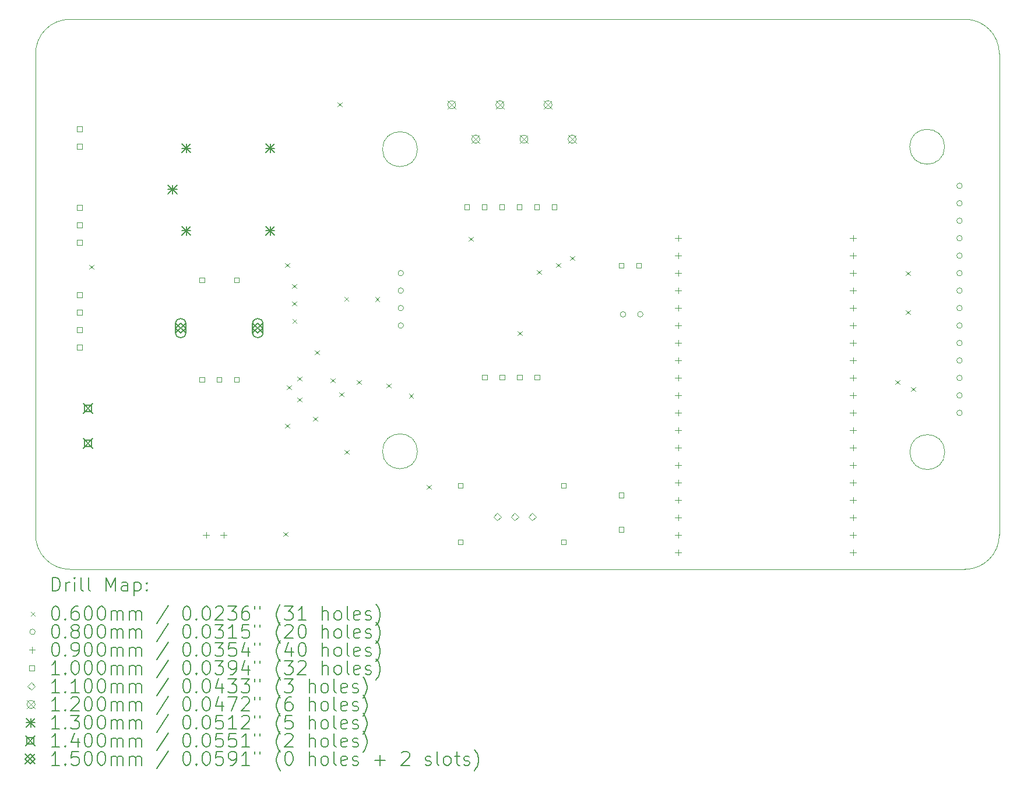
<source format=gbr>
%TF.GenerationSoftware,KiCad,Pcbnew,7.0.1*%
%TF.CreationDate,2024-09-24T21:19:16+02:00*%
%TF.ProjectId,mangiatoia,6d616e67-6961-4746-9f69-612e6b696361,1.0*%
%TF.SameCoordinates,Original*%
%TF.FileFunction,Drillmap*%
%TF.FilePolarity,Positive*%
%FSLAX45Y45*%
G04 Gerber Fmt 4.5, Leading zero omitted, Abs format (unit mm)*
G04 Created by KiCad (PCBNEW 7.0.1) date 2024-09-24 21:19:16*
%MOMM*%
%LPD*%
G01*
G04 APERTURE LIST*
%ADD10C,0.100000*%
%ADD11C,0.200000*%
%ADD12C,0.060000*%
%ADD13C,0.080000*%
%ADD14C,0.090000*%
%ADD15C,0.110000*%
%ADD16C,0.120000*%
%ADD17C,0.130000*%
%ADD18C,0.140000*%
%ADD19C,0.150000*%
G04 APERTURE END LIST*
D10*
X20503000Y-4509500D02*
X7503000Y-4509500D01*
X20503000Y-12509500D02*
G75*
G03*
X21003000Y-12009500I0J500000D01*
G01*
X7003000Y-12009500D02*
G75*
G03*
X7503000Y-12509500I500000J0D01*
G01*
X7003000Y-5009500D02*
X7003000Y-12009500D01*
X12550690Y-10792870D02*
G75*
G03*
X12550690Y-10792870I-254000J0D01*
G01*
X21003000Y-5009500D02*
G75*
G03*
X20503000Y-4509500I-500000J0D01*
G01*
X12550690Y-6398670D02*
G75*
G03*
X12550690Y-6398670I-254000J0D01*
G01*
X20208799Y-6363621D02*
G75*
G03*
X20208799Y-6363621I-254000J0D01*
G01*
X7503000Y-4509500D02*
G75*
G03*
X7003000Y-5009500I0J-500000D01*
G01*
X21003000Y-12009500D02*
X21003000Y-5009500D01*
X7503000Y-12509500D02*
X20503000Y-12509500D01*
X20212000Y-10804500D02*
G75*
G03*
X20212000Y-10804500I-254000J0D01*
G01*
D11*
D12*
X7785800Y-8085300D02*
X7845800Y-8145300D01*
X7845800Y-8085300D02*
X7785800Y-8145300D01*
X10605200Y-11971500D02*
X10665200Y-12031500D01*
X10665200Y-11971500D02*
X10605200Y-12031500D01*
X10630600Y-8059900D02*
X10690600Y-8119900D01*
X10690600Y-8059900D02*
X10630600Y-8119900D01*
X10630600Y-10396700D02*
X10690600Y-10456700D01*
X10690600Y-10396700D02*
X10630600Y-10456700D01*
X10656000Y-9837900D02*
X10716000Y-9897900D01*
X10716000Y-9837900D02*
X10656000Y-9897900D01*
X10732200Y-8361500D02*
X10792200Y-8421500D01*
X10792200Y-8361500D02*
X10732200Y-8421500D01*
X10732200Y-8618700D02*
X10792200Y-8678700D01*
X10792200Y-8618700D02*
X10732200Y-8678700D01*
X10735400Y-8869500D02*
X10795400Y-8929500D01*
X10795400Y-8869500D02*
X10735400Y-8929500D01*
X10808400Y-9710900D02*
X10868400Y-9770900D01*
X10868400Y-9710900D02*
X10808400Y-9770900D01*
X10808400Y-10015700D02*
X10868400Y-10075700D01*
X10868400Y-10015700D02*
X10808400Y-10075700D01*
X11037000Y-10295100D02*
X11097000Y-10355100D01*
X11097000Y-10295100D02*
X11037000Y-10355100D01*
X11062400Y-9329900D02*
X11122400Y-9389900D01*
X11122400Y-9329900D02*
X11062400Y-9389900D01*
X11291000Y-9736300D02*
X11351000Y-9796300D01*
X11351000Y-9736300D02*
X11291000Y-9796300D01*
X11392600Y-5723100D02*
X11452600Y-5783100D01*
X11452600Y-5723100D02*
X11392600Y-5783100D01*
X11418000Y-9939500D02*
X11478000Y-9999500D01*
X11478000Y-9939500D02*
X11418000Y-9999500D01*
X11489043Y-8548689D02*
X11549043Y-8608689D01*
X11549043Y-8548689D02*
X11489043Y-8608689D01*
X11494200Y-10777700D02*
X11554200Y-10837700D01*
X11554200Y-10777700D02*
X11494200Y-10837700D01*
X11672000Y-9761700D02*
X11732000Y-9821700D01*
X11732000Y-9761700D02*
X11672000Y-9821700D01*
X11936497Y-8551539D02*
X11996497Y-8611539D01*
X11996497Y-8551539D02*
X11936497Y-8611539D01*
X12103800Y-9812500D02*
X12163800Y-9872500D01*
X12163800Y-9812500D02*
X12103800Y-9872500D01*
X12432401Y-9956600D02*
X12492401Y-10016600D01*
X12492401Y-9956600D02*
X12432401Y-10016600D01*
X12688000Y-11285700D02*
X12748000Y-11345700D01*
X12748000Y-11285700D02*
X12688000Y-11345700D01*
X13297600Y-7678900D02*
X13357600Y-7738900D01*
X13357600Y-7678900D02*
X13297600Y-7738900D01*
X14008800Y-9050500D02*
X14068800Y-9110500D01*
X14068800Y-9050500D02*
X14008800Y-9110500D01*
X14288200Y-8161500D02*
X14348200Y-8221500D01*
X14348200Y-8161500D02*
X14288200Y-8221500D01*
X14567600Y-8059900D02*
X14627600Y-8119900D01*
X14627600Y-8059900D02*
X14567600Y-8119900D01*
X14770800Y-7958300D02*
X14830800Y-8018300D01*
X14830800Y-7958300D02*
X14770800Y-8018300D01*
X19495200Y-9761700D02*
X19555200Y-9821700D01*
X19555200Y-9761700D02*
X19495200Y-9821700D01*
X19647600Y-8172070D02*
X19707600Y-8232070D01*
X19707600Y-8172070D02*
X19647600Y-8232070D01*
X19647600Y-8745700D02*
X19707600Y-8805700D01*
X19707600Y-8745700D02*
X19647600Y-8805700D01*
X19723800Y-9863300D02*
X19783800Y-9923300D01*
X19783800Y-9863300D02*
X19723800Y-9923300D01*
D13*
X12348690Y-8201070D02*
G75*
G03*
X12348690Y-8201070I-40000J0D01*
G01*
X12348690Y-8455070D02*
G75*
G03*
X12348690Y-8455070I-40000J0D01*
G01*
X12348690Y-8709070D02*
G75*
G03*
X12348690Y-8709070I-40000J0D01*
G01*
X12348690Y-8963070D02*
G75*
G03*
X12348690Y-8963070I-40000J0D01*
G01*
X15577400Y-8801100D02*
G75*
G03*
X15577400Y-8801100I-40000J0D01*
G01*
X15827400Y-8801100D02*
G75*
G03*
X15827400Y-8801100I-40000J0D01*
G01*
X20464690Y-6932070D02*
G75*
G03*
X20464690Y-6932070I-40000J0D01*
G01*
X20464690Y-7186070D02*
G75*
G03*
X20464690Y-7186070I-40000J0D01*
G01*
X20464690Y-7440070D02*
G75*
G03*
X20464690Y-7440070I-40000J0D01*
G01*
X20464690Y-7694070D02*
G75*
G03*
X20464690Y-7694070I-40000J0D01*
G01*
X20464690Y-7948070D02*
G75*
G03*
X20464690Y-7948070I-40000J0D01*
G01*
X20464690Y-8202070D02*
G75*
G03*
X20464690Y-8202070I-40000J0D01*
G01*
X20464690Y-8456070D02*
G75*
G03*
X20464690Y-8456070I-40000J0D01*
G01*
X20464690Y-8710070D02*
G75*
G03*
X20464690Y-8710070I-40000J0D01*
G01*
X20464690Y-8964070D02*
G75*
G03*
X20464690Y-8964070I-40000J0D01*
G01*
X20464690Y-9218070D02*
G75*
G03*
X20464690Y-9218070I-40000J0D01*
G01*
X20464690Y-9472070D02*
G75*
G03*
X20464690Y-9472070I-40000J0D01*
G01*
X20464690Y-9726070D02*
G75*
G03*
X20464690Y-9726070I-40000J0D01*
G01*
X20464690Y-9980070D02*
G75*
G03*
X20464690Y-9980070I-40000J0D01*
G01*
X20464690Y-10234070D02*
G75*
G03*
X20464690Y-10234070I-40000J0D01*
G01*
D14*
X9480500Y-11964500D02*
X9480500Y-12054500D01*
X9435500Y-12009500D02*
X9525500Y-12009500D01*
X9734500Y-11964500D02*
X9734500Y-12054500D01*
X9689500Y-12009500D02*
X9779500Y-12009500D01*
X16338500Y-7648000D02*
X16338500Y-7738000D01*
X16293500Y-7693000D02*
X16383500Y-7693000D01*
X16338500Y-7902000D02*
X16338500Y-7992000D01*
X16293500Y-7947000D02*
X16383500Y-7947000D01*
X16338500Y-8156000D02*
X16338500Y-8246000D01*
X16293500Y-8201000D02*
X16383500Y-8201000D01*
X16338500Y-8410000D02*
X16338500Y-8500000D01*
X16293500Y-8455000D02*
X16383500Y-8455000D01*
X16338500Y-8664000D02*
X16338500Y-8754000D01*
X16293500Y-8709000D02*
X16383500Y-8709000D01*
X16338500Y-8918000D02*
X16338500Y-9008000D01*
X16293500Y-8963000D02*
X16383500Y-8963000D01*
X16338500Y-9172000D02*
X16338500Y-9262000D01*
X16293500Y-9217000D02*
X16383500Y-9217000D01*
X16338500Y-9426000D02*
X16338500Y-9516000D01*
X16293500Y-9471000D02*
X16383500Y-9471000D01*
X16338500Y-9680000D02*
X16338500Y-9770000D01*
X16293500Y-9725000D02*
X16383500Y-9725000D01*
X16338500Y-9934000D02*
X16338500Y-10024000D01*
X16293500Y-9979000D02*
X16383500Y-9979000D01*
X16338500Y-10188000D02*
X16338500Y-10278000D01*
X16293500Y-10233000D02*
X16383500Y-10233000D01*
X16338500Y-10442000D02*
X16338500Y-10532000D01*
X16293500Y-10487000D02*
X16383500Y-10487000D01*
X16338500Y-10696000D02*
X16338500Y-10786000D01*
X16293500Y-10741000D02*
X16383500Y-10741000D01*
X16338500Y-10950000D02*
X16338500Y-11040000D01*
X16293500Y-10995000D02*
X16383500Y-10995000D01*
X16338500Y-11204000D02*
X16338500Y-11294000D01*
X16293500Y-11249000D02*
X16383500Y-11249000D01*
X16338500Y-11458000D02*
X16338500Y-11548000D01*
X16293500Y-11503000D02*
X16383500Y-11503000D01*
X16338500Y-11712000D02*
X16338500Y-11802000D01*
X16293500Y-11757000D02*
X16383500Y-11757000D01*
X16338500Y-11966000D02*
X16338500Y-12056000D01*
X16293500Y-12011000D02*
X16383500Y-12011000D01*
X16338500Y-12220000D02*
X16338500Y-12310000D01*
X16293500Y-12265000D02*
X16383500Y-12265000D01*
X18878132Y-11965728D02*
X18878132Y-12055728D01*
X18833132Y-12010728D02*
X18923132Y-12010728D01*
X18878132Y-12219728D02*
X18878132Y-12309728D01*
X18833132Y-12264728D02*
X18923132Y-12264728D01*
X18878500Y-7648000D02*
X18878500Y-7738000D01*
X18833500Y-7693000D02*
X18923500Y-7693000D01*
X18878500Y-7902000D02*
X18878500Y-7992000D01*
X18833500Y-7947000D02*
X18923500Y-7947000D01*
X18878500Y-8156000D02*
X18878500Y-8246000D01*
X18833500Y-8201000D02*
X18923500Y-8201000D01*
X18878500Y-8410000D02*
X18878500Y-8500000D01*
X18833500Y-8455000D02*
X18923500Y-8455000D01*
X18878500Y-8664000D02*
X18878500Y-8754000D01*
X18833500Y-8709000D02*
X18923500Y-8709000D01*
X18878500Y-8918000D02*
X18878500Y-9008000D01*
X18833500Y-8963000D02*
X18923500Y-8963000D01*
X18878500Y-9172000D02*
X18878500Y-9262000D01*
X18833500Y-9217000D02*
X18923500Y-9217000D01*
X18878500Y-9426000D02*
X18878500Y-9516000D01*
X18833500Y-9471000D02*
X18923500Y-9471000D01*
X18878500Y-9680000D02*
X18878500Y-9770000D01*
X18833500Y-9725000D02*
X18923500Y-9725000D01*
X18878500Y-9934000D02*
X18878500Y-10024000D01*
X18833500Y-9979000D02*
X18923500Y-9979000D01*
X18878500Y-10188000D02*
X18878500Y-10278000D01*
X18833500Y-10233000D02*
X18923500Y-10233000D01*
X18878500Y-10442000D02*
X18878500Y-10532000D01*
X18833500Y-10487000D02*
X18923500Y-10487000D01*
X18878500Y-10696000D02*
X18878500Y-10786000D01*
X18833500Y-10741000D02*
X18923500Y-10741000D01*
X18878500Y-10950000D02*
X18878500Y-11040000D01*
X18833500Y-10995000D02*
X18923500Y-10995000D01*
X18878500Y-11204000D02*
X18878500Y-11294000D01*
X18833500Y-11249000D02*
X18923500Y-11249000D01*
X18878500Y-11458000D02*
X18878500Y-11548000D01*
X18833500Y-11503000D02*
X18923500Y-11503000D01*
X18878500Y-11712000D02*
X18878500Y-11802000D01*
X18833500Y-11757000D02*
X18923500Y-11757000D01*
D10*
X7677606Y-6140856D02*
X7677606Y-6070144D01*
X7606894Y-6070144D01*
X7606894Y-6140856D01*
X7677606Y-6140856D01*
X7677606Y-6394856D02*
X7677606Y-6324144D01*
X7606894Y-6324144D01*
X7606894Y-6394856D01*
X7677606Y-6394856D01*
X7677606Y-7282356D02*
X7677606Y-7211644D01*
X7606894Y-7211644D01*
X7606894Y-7282356D01*
X7677606Y-7282356D01*
X7677606Y-7536356D02*
X7677606Y-7465644D01*
X7606894Y-7465644D01*
X7606894Y-7536356D01*
X7677606Y-7536356D01*
X7677606Y-7790356D02*
X7677606Y-7719644D01*
X7606894Y-7719644D01*
X7606894Y-7790356D01*
X7677606Y-7790356D01*
X7677606Y-8552856D02*
X7677606Y-8482144D01*
X7606894Y-8482144D01*
X7606894Y-8552856D01*
X7677606Y-8552856D01*
X7677606Y-8806856D02*
X7677606Y-8736144D01*
X7606894Y-8736144D01*
X7606894Y-8806856D01*
X7677606Y-8806856D01*
X7677606Y-9060856D02*
X7677606Y-8990144D01*
X7606894Y-8990144D01*
X7606894Y-9060856D01*
X7677606Y-9060856D01*
X7677606Y-9314856D02*
X7677606Y-9244144D01*
X7606894Y-9244144D01*
X7606894Y-9314856D01*
X7677606Y-9314856D01*
X9456356Y-8336856D02*
X9456356Y-8266144D01*
X9385644Y-8266144D01*
X9385644Y-8336856D01*
X9456356Y-8336856D01*
X9456356Y-9786856D02*
X9456356Y-9716144D01*
X9385644Y-9716144D01*
X9385644Y-9786856D01*
X9456356Y-9786856D01*
X9706356Y-9786856D02*
X9706356Y-9716144D01*
X9635644Y-9716144D01*
X9635644Y-9786856D01*
X9706356Y-9786856D01*
X9956356Y-8336856D02*
X9956356Y-8266144D01*
X9885644Y-8266144D01*
X9885644Y-8336856D01*
X9956356Y-8336856D01*
X9956356Y-9786856D02*
X9956356Y-9716144D01*
X9885644Y-9716144D01*
X9885644Y-9786856D01*
X9956356Y-9786856D01*
X13210856Y-11325656D02*
X13210856Y-11254944D01*
X13140144Y-11254944D01*
X13140144Y-11325656D01*
X13210856Y-11325656D01*
X13210856Y-12145656D02*
X13210856Y-12074944D01*
X13140144Y-12074944D01*
X13140144Y-12145656D01*
X13210856Y-12145656D01*
X13305856Y-7274356D02*
X13305856Y-7203644D01*
X13235144Y-7203644D01*
X13235144Y-7274356D01*
X13305856Y-7274356D01*
X13559856Y-7274356D02*
X13559856Y-7203644D01*
X13489144Y-7203644D01*
X13489144Y-7274356D01*
X13559856Y-7274356D01*
X13560856Y-9750856D02*
X13560856Y-9680144D01*
X13490144Y-9680144D01*
X13490144Y-9750856D01*
X13560856Y-9750856D01*
X13813856Y-7274356D02*
X13813856Y-7203644D01*
X13743144Y-7203644D01*
X13743144Y-7274356D01*
X13813856Y-7274356D01*
X13814856Y-9750856D02*
X13814856Y-9680144D01*
X13744144Y-9680144D01*
X13744144Y-9750856D01*
X13814856Y-9750856D01*
X14067856Y-7274356D02*
X14067856Y-7203644D01*
X13997144Y-7203644D01*
X13997144Y-7274356D01*
X14067856Y-7274356D01*
X14068856Y-9750856D02*
X14068856Y-9680144D01*
X13998144Y-9680144D01*
X13998144Y-9750856D01*
X14068856Y-9750856D01*
X14321856Y-7274356D02*
X14321856Y-7203644D01*
X14251144Y-7203644D01*
X14251144Y-7274356D01*
X14321856Y-7274356D01*
X14322856Y-9750856D02*
X14322856Y-9680144D01*
X14252144Y-9680144D01*
X14252144Y-9750856D01*
X14322856Y-9750856D01*
X14575856Y-7274356D02*
X14575856Y-7203644D01*
X14505144Y-7203644D01*
X14505144Y-7274356D01*
X14575856Y-7274356D01*
X14710856Y-11325656D02*
X14710856Y-11254944D01*
X14640144Y-11254944D01*
X14640144Y-11325656D01*
X14710856Y-11325656D01*
X14710856Y-12145656D02*
X14710856Y-12074944D01*
X14640144Y-12074944D01*
X14640144Y-12145656D01*
X14710856Y-12145656D01*
X15546856Y-8125256D02*
X15546856Y-8054544D01*
X15476144Y-8054544D01*
X15476144Y-8125256D01*
X15546856Y-8125256D01*
X15548356Y-11465623D02*
X15548356Y-11394912D01*
X15477644Y-11394912D01*
X15477644Y-11465623D01*
X15548356Y-11465623D01*
X15548356Y-11965623D02*
X15548356Y-11894912D01*
X15477644Y-11894912D01*
X15477644Y-11965623D01*
X15548356Y-11965623D01*
X15800856Y-8125256D02*
X15800856Y-8054544D01*
X15730144Y-8054544D01*
X15730144Y-8125256D01*
X15800856Y-8125256D01*
D15*
X13708600Y-11802500D02*
X13763600Y-11747500D01*
X13708600Y-11692500D01*
X13653600Y-11747500D01*
X13708600Y-11802500D01*
X13962600Y-11802500D02*
X14017600Y-11747500D01*
X13962600Y-11692500D01*
X13907600Y-11747500D01*
X13962600Y-11802500D01*
X14216600Y-11802500D02*
X14271600Y-11747500D01*
X14216600Y-11692500D01*
X14161600Y-11747500D01*
X14216600Y-11802500D01*
D16*
X12988200Y-5693100D02*
X13108200Y-5813100D01*
X13108200Y-5693100D02*
X12988200Y-5813100D01*
X13108200Y-5753100D02*
G75*
G03*
X13108200Y-5753100I-60000J0D01*
G01*
X13338200Y-6193100D02*
X13458200Y-6313100D01*
X13458200Y-6193100D02*
X13338200Y-6313100D01*
X13458200Y-6253100D02*
G75*
G03*
X13458200Y-6253100I-60000J0D01*
G01*
X13688200Y-5693100D02*
X13808200Y-5813100D01*
X13808200Y-5693100D02*
X13688200Y-5813100D01*
X13808200Y-5753100D02*
G75*
G03*
X13808200Y-5753100I-60000J0D01*
G01*
X14038200Y-6193100D02*
X14158200Y-6313100D01*
X14158200Y-6193100D02*
X14038200Y-6313100D01*
X14158200Y-6253100D02*
G75*
G03*
X14158200Y-6253100I-60000J0D01*
G01*
X14388200Y-5693100D02*
X14508200Y-5813100D01*
X14508200Y-5693100D02*
X14388200Y-5813100D01*
X14508200Y-5753100D02*
G75*
G03*
X14508200Y-5753100I-60000J0D01*
G01*
X14738200Y-6193100D02*
X14858200Y-6313100D01*
X14858200Y-6193100D02*
X14738200Y-6313100D01*
X14858200Y-6253100D02*
G75*
G03*
X14858200Y-6253100I-60000J0D01*
G01*
D17*
X8928000Y-6920000D02*
X9058000Y-7050000D01*
X9058000Y-6920000D02*
X8928000Y-7050000D01*
X8993000Y-6920000D02*
X8993000Y-7050000D01*
X8928000Y-6985000D02*
X9058000Y-6985000D01*
X9128000Y-6320000D02*
X9258000Y-6450000D01*
X9258000Y-6320000D02*
X9128000Y-6450000D01*
X9193000Y-6320000D02*
X9193000Y-6450000D01*
X9128000Y-6385000D02*
X9258000Y-6385000D01*
X9128000Y-7520000D02*
X9258000Y-7650000D01*
X9258000Y-7520000D02*
X9128000Y-7650000D01*
X9193000Y-7520000D02*
X9193000Y-7650000D01*
X9128000Y-7585000D02*
X9258000Y-7585000D01*
X10348000Y-6320000D02*
X10478000Y-6450000D01*
X10478000Y-6320000D02*
X10348000Y-6450000D01*
X10413000Y-6320000D02*
X10413000Y-6450000D01*
X10348000Y-6385000D02*
X10478000Y-6385000D01*
X10348000Y-7520000D02*
X10478000Y-7650000D01*
X10478000Y-7520000D02*
X10348000Y-7650000D01*
X10413000Y-7520000D02*
X10413000Y-7650000D01*
X10348000Y-7585000D02*
X10478000Y-7585000D01*
D18*
X7696000Y-10099500D02*
X7836000Y-10239500D01*
X7836000Y-10099500D02*
X7696000Y-10239500D01*
X7815498Y-10218998D02*
X7815498Y-10120002D01*
X7716502Y-10120002D01*
X7716502Y-10218998D01*
X7815498Y-10218998D01*
X7696000Y-10607500D02*
X7836000Y-10747500D01*
X7836000Y-10607500D02*
X7696000Y-10747500D01*
X7815498Y-10726998D02*
X7815498Y-10628002D01*
X7716502Y-10628002D01*
X7716502Y-10726998D01*
X7815498Y-10726998D01*
D19*
X9036000Y-8926500D02*
X9186000Y-9076500D01*
X9186000Y-8926500D02*
X9036000Y-9076500D01*
X9111000Y-9076500D02*
X9186000Y-9001500D01*
X9111000Y-8926500D01*
X9036000Y-9001500D01*
X9111000Y-9076500D01*
D11*
X9186000Y-9066500D02*
X9186000Y-8936500D01*
X9186000Y-8936500D02*
G75*
G03*
X9036000Y-8936500I-75000J0D01*
G01*
X9036000Y-8936500D02*
X9036000Y-9066500D01*
X9036000Y-9066500D02*
G75*
G03*
X9186000Y-9066500I75000J0D01*
G01*
D19*
X10156000Y-8926500D02*
X10306000Y-9076500D01*
X10306000Y-8926500D02*
X10156000Y-9076500D01*
X10231000Y-9076500D02*
X10306000Y-9001500D01*
X10231000Y-8926500D01*
X10156000Y-9001500D01*
X10231000Y-9076500D01*
D11*
X10306000Y-9066500D02*
X10306000Y-8936500D01*
X10306000Y-8936500D02*
G75*
G03*
X10156000Y-8936500I-75000J0D01*
G01*
X10156000Y-8936500D02*
X10156000Y-9066500D01*
X10156000Y-9066500D02*
G75*
G03*
X10306000Y-9066500I75000J0D01*
G01*
X7245619Y-12827024D02*
X7245619Y-12627024D01*
X7245619Y-12627024D02*
X7293238Y-12627024D01*
X7293238Y-12627024D02*
X7321809Y-12636548D01*
X7321809Y-12636548D02*
X7340857Y-12655595D01*
X7340857Y-12655595D02*
X7350381Y-12674643D01*
X7350381Y-12674643D02*
X7359905Y-12712738D01*
X7359905Y-12712738D02*
X7359905Y-12741309D01*
X7359905Y-12741309D02*
X7350381Y-12779405D01*
X7350381Y-12779405D02*
X7340857Y-12798452D01*
X7340857Y-12798452D02*
X7321809Y-12817500D01*
X7321809Y-12817500D02*
X7293238Y-12827024D01*
X7293238Y-12827024D02*
X7245619Y-12827024D01*
X7445619Y-12827024D02*
X7445619Y-12693690D01*
X7445619Y-12731786D02*
X7455143Y-12712738D01*
X7455143Y-12712738D02*
X7464667Y-12703214D01*
X7464667Y-12703214D02*
X7483714Y-12693690D01*
X7483714Y-12693690D02*
X7502762Y-12693690D01*
X7569428Y-12827024D02*
X7569428Y-12693690D01*
X7569428Y-12627024D02*
X7559905Y-12636548D01*
X7559905Y-12636548D02*
X7569428Y-12646071D01*
X7569428Y-12646071D02*
X7578952Y-12636548D01*
X7578952Y-12636548D02*
X7569428Y-12627024D01*
X7569428Y-12627024D02*
X7569428Y-12646071D01*
X7693238Y-12827024D02*
X7674190Y-12817500D01*
X7674190Y-12817500D02*
X7664667Y-12798452D01*
X7664667Y-12798452D02*
X7664667Y-12627024D01*
X7798000Y-12827024D02*
X7778952Y-12817500D01*
X7778952Y-12817500D02*
X7769428Y-12798452D01*
X7769428Y-12798452D02*
X7769428Y-12627024D01*
X8026571Y-12827024D02*
X8026571Y-12627024D01*
X8026571Y-12627024D02*
X8093238Y-12769881D01*
X8093238Y-12769881D02*
X8159905Y-12627024D01*
X8159905Y-12627024D02*
X8159905Y-12827024D01*
X8340857Y-12827024D02*
X8340857Y-12722262D01*
X8340857Y-12722262D02*
X8331333Y-12703214D01*
X8331333Y-12703214D02*
X8312286Y-12693690D01*
X8312286Y-12693690D02*
X8274190Y-12693690D01*
X8274190Y-12693690D02*
X8255143Y-12703214D01*
X8340857Y-12817500D02*
X8321809Y-12827024D01*
X8321809Y-12827024D02*
X8274190Y-12827024D01*
X8274190Y-12827024D02*
X8255143Y-12817500D01*
X8255143Y-12817500D02*
X8245619Y-12798452D01*
X8245619Y-12798452D02*
X8245619Y-12779405D01*
X8245619Y-12779405D02*
X8255143Y-12760357D01*
X8255143Y-12760357D02*
X8274190Y-12750833D01*
X8274190Y-12750833D02*
X8321809Y-12750833D01*
X8321809Y-12750833D02*
X8340857Y-12741309D01*
X8436095Y-12693690D02*
X8436095Y-12893690D01*
X8436095Y-12703214D02*
X8455143Y-12693690D01*
X8455143Y-12693690D02*
X8493238Y-12693690D01*
X8493238Y-12693690D02*
X8512286Y-12703214D01*
X8512286Y-12703214D02*
X8521810Y-12712738D01*
X8521810Y-12712738D02*
X8531333Y-12731786D01*
X8531333Y-12731786D02*
X8531333Y-12788928D01*
X8531333Y-12788928D02*
X8521810Y-12807976D01*
X8521810Y-12807976D02*
X8512286Y-12817500D01*
X8512286Y-12817500D02*
X8493238Y-12827024D01*
X8493238Y-12827024D02*
X8455143Y-12827024D01*
X8455143Y-12827024D02*
X8436095Y-12817500D01*
X8617048Y-12807976D02*
X8626571Y-12817500D01*
X8626571Y-12817500D02*
X8617048Y-12827024D01*
X8617048Y-12827024D02*
X8607524Y-12817500D01*
X8607524Y-12817500D02*
X8617048Y-12807976D01*
X8617048Y-12807976D02*
X8617048Y-12827024D01*
X8617048Y-12703214D02*
X8626571Y-12712738D01*
X8626571Y-12712738D02*
X8617048Y-12722262D01*
X8617048Y-12722262D02*
X8607524Y-12712738D01*
X8607524Y-12712738D02*
X8617048Y-12703214D01*
X8617048Y-12703214D02*
X8617048Y-12722262D01*
D12*
X6938000Y-13124500D02*
X6998000Y-13184500D01*
X6998000Y-13124500D02*
X6938000Y-13184500D01*
D11*
X7283714Y-13047024D02*
X7302762Y-13047024D01*
X7302762Y-13047024D02*
X7321809Y-13056548D01*
X7321809Y-13056548D02*
X7331333Y-13066071D01*
X7331333Y-13066071D02*
X7340857Y-13085119D01*
X7340857Y-13085119D02*
X7350381Y-13123214D01*
X7350381Y-13123214D02*
X7350381Y-13170833D01*
X7350381Y-13170833D02*
X7340857Y-13208928D01*
X7340857Y-13208928D02*
X7331333Y-13227976D01*
X7331333Y-13227976D02*
X7321809Y-13237500D01*
X7321809Y-13237500D02*
X7302762Y-13247024D01*
X7302762Y-13247024D02*
X7283714Y-13247024D01*
X7283714Y-13247024D02*
X7264667Y-13237500D01*
X7264667Y-13237500D02*
X7255143Y-13227976D01*
X7255143Y-13227976D02*
X7245619Y-13208928D01*
X7245619Y-13208928D02*
X7236095Y-13170833D01*
X7236095Y-13170833D02*
X7236095Y-13123214D01*
X7236095Y-13123214D02*
X7245619Y-13085119D01*
X7245619Y-13085119D02*
X7255143Y-13066071D01*
X7255143Y-13066071D02*
X7264667Y-13056548D01*
X7264667Y-13056548D02*
X7283714Y-13047024D01*
X7436095Y-13227976D02*
X7445619Y-13237500D01*
X7445619Y-13237500D02*
X7436095Y-13247024D01*
X7436095Y-13247024D02*
X7426571Y-13237500D01*
X7426571Y-13237500D02*
X7436095Y-13227976D01*
X7436095Y-13227976D02*
X7436095Y-13247024D01*
X7617048Y-13047024D02*
X7578952Y-13047024D01*
X7578952Y-13047024D02*
X7559905Y-13056548D01*
X7559905Y-13056548D02*
X7550381Y-13066071D01*
X7550381Y-13066071D02*
X7531333Y-13094643D01*
X7531333Y-13094643D02*
X7521809Y-13132738D01*
X7521809Y-13132738D02*
X7521809Y-13208928D01*
X7521809Y-13208928D02*
X7531333Y-13227976D01*
X7531333Y-13227976D02*
X7540857Y-13237500D01*
X7540857Y-13237500D02*
X7559905Y-13247024D01*
X7559905Y-13247024D02*
X7598000Y-13247024D01*
X7598000Y-13247024D02*
X7617048Y-13237500D01*
X7617048Y-13237500D02*
X7626571Y-13227976D01*
X7626571Y-13227976D02*
X7636095Y-13208928D01*
X7636095Y-13208928D02*
X7636095Y-13161309D01*
X7636095Y-13161309D02*
X7626571Y-13142262D01*
X7626571Y-13142262D02*
X7617048Y-13132738D01*
X7617048Y-13132738D02*
X7598000Y-13123214D01*
X7598000Y-13123214D02*
X7559905Y-13123214D01*
X7559905Y-13123214D02*
X7540857Y-13132738D01*
X7540857Y-13132738D02*
X7531333Y-13142262D01*
X7531333Y-13142262D02*
X7521809Y-13161309D01*
X7759905Y-13047024D02*
X7778952Y-13047024D01*
X7778952Y-13047024D02*
X7798000Y-13056548D01*
X7798000Y-13056548D02*
X7807524Y-13066071D01*
X7807524Y-13066071D02*
X7817048Y-13085119D01*
X7817048Y-13085119D02*
X7826571Y-13123214D01*
X7826571Y-13123214D02*
X7826571Y-13170833D01*
X7826571Y-13170833D02*
X7817048Y-13208928D01*
X7817048Y-13208928D02*
X7807524Y-13227976D01*
X7807524Y-13227976D02*
X7798000Y-13237500D01*
X7798000Y-13237500D02*
X7778952Y-13247024D01*
X7778952Y-13247024D02*
X7759905Y-13247024D01*
X7759905Y-13247024D02*
X7740857Y-13237500D01*
X7740857Y-13237500D02*
X7731333Y-13227976D01*
X7731333Y-13227976D02*
X7721809Y-13208928D01*
X7721809Y-13208928D02*
X7712286Y-13170833D01*
X7712286Y-13170833D02*
X7712286Y-13123214D01*
X7712286Y-13123214D02*
X7721809Y-13085119D01*
X7721809Y-13085119D02*
X7731333Y-13066071D01*
X7731333Y-13066071D02*
X7740857Y-13056548D01*
X7740857Y-13056548D02*
X7759905Y-13047024D01*
X7950381Y-13047024D02*
X7969429Y-13047024D01*
X7969429Y-13047024D02*
X7988476Y-13056548D01*
X7988476Y-13056548D02*
X7998000Y-13066071D01*
X7998000Y-13066071D02*
X8007524Y-13085119D01*
X8007524Y-13085119D02*
X8017048Y-13123214D01*
X8017048Y-13123214D02*
X8017048Y-13170833D01*
X8017048Y-13170833D02*
X8007524Y-13208928D01*
X8007524Y-13208928D02*
X7998000Y-13227976D01*
X7998000Y-13227976D02*
X7988476Y-13237500D01*
X7988476Y-13237500D02*
X7969429Y-13247024D01*
X7969429Y-13247024D02*
X7950381Y-13247024D01*
X7950381Y-13247024D02*
X7931333Y-13237500D01*
X7931333Y-13237500D02*
X7921809Y-13227976D01*
X7921809Y-13227976D02*
X7912286Y-13208928D01*
X7912286Y-13208928D02*
X7902762Y-13170833D01*
X7902762Y-13170833D02*
X7902762Y-13123214D01*
X7902762Y-13123214D02*
X7912286Y-13085119D01*
X7912286Y-13085119D02*
X7921809Y-13066071D01*
X7921809Y-13066071D02*
X7931333Y-13056548D01*
X7931333Y-13056548D02*
X7950381Y-13047024D01*
X8102762Y-13247024D02*
X8102762Y-13113690D01*
X8102762Y-13132738D02*
X8112286Y-13123214D01*
X8112286Y-13123214D02*
X8131333Y-13113690D01*
X8131333Y-13113690D02*
X8159905Y-13113690D01*
X8159905Y-13113690D02*
X8178952Y-13123214D01*
X8178952Y-13123214D02*
X8188476Y-13142262D01*
X8188476Y-13142262D02*
X8188476Y-13247024D01*
X8188476Y-13142262D02*
X8198000Y-13123214D01*
X8198000Y-13123214D02*
X8217048Y-13113690D01*
X8217048Y-13113690D02*
X8245619Y-13113690D01*
X8245619Y-13113690D02*
X8264667Y-13123214D01*
X8264667Y-13123214D02*
X8274190Y-13142262D01*
X8274190Y-13142262D02*
X8274190Y-13247024D01*
X8369429Y-13247024D02*
X8369429Y-13113690D01*
X8369429Y-13132738D02*
X8378952Y-13123214D01*
X8378952Y-13123214D02*
X8398000Y-13113690D01*
X8398000Y-13113690D02*
X8426572Y-13113690D01*
X8426572Y-13113690D02*
X8445619Y-13123214D01*
X8445619Y-13123214D02*
X8455143Y-13142262D01*
X8455143Y-13142262D02*
X8455143Y-13247024D01*
X8455143Y-13142262D02*
X8464667Y-13123214D01*
X8464667Y-13123214D02*
X8483714Y-13113690D01*
X8483714Y-13113690D02*
X8512286Y-13113690D01*
X8512286Y-13113690D02*
X8531333Y-13123214D01*
X8531333Y-13123214D02*
X8540857Y-13142262D01*
X8540857Y-13142262D02*
X8540857Y-13247024D01*
X8931333Y-13037500D02*
X8759905Y-13294643D01*
X9188476Y-13047024D02*
X9207524Y-13047024D01*
X9207524Y-13047024D02*
X9226572Y-13056548D01*
X9226572Y-13056548D02*
X9236095Y-13066071D01*
X9236095Y-13066071D02*
X9245619Y-13085119D01*
X9245619Y-13085119D02*
X9255143Y-13123214D01*
X9255143Y-13123214D02*
X9255143Y-13170833D01*
X9255143Y-13170833D02*
X9245619Y-13208928D01*
X9245619Y-13208928D02*
X9236095Y-13227976D01*
X9236095Y-13227976D02*
X9226572Y-13237500D01*
X9226572Y-13237500D02*
X9207524Y-13247024D01*
X9207524Y-13247024D02*
X9188476Y-13247024D01*
X9188476Y-13247024D02*
X9169429Y-13237500D01*
X9169429Y-13237500D02*
X9159905Y-13227976D01*
X9159905Y-13227976D02*
X9150381Y-13208928D01*
X9150381Y-13208928D02*
X9140857Y-13170833D01*
X9140857Y-13170833D02*
X9140857Y-13123214D01*
X9140857Y-13123214D02*
X9150381Y-13085119D01*
X9150381Y-13085119D02*
X9159905Y-13066071D01*
X9159905Y-13066071D02*
X9169429Y-13056548D01*
X9169429Y-13056548D02*
X9188476Y-13047024D01*
X9340857Y-13227976D02*
X9350381Y-13237500D01*
X9350381Y-13237500D02*
X9340857Y-13247024D01*
X9340857Y-13247024D02*
X9331334Y-13237500D01*
X9331334Y-13237500D02*
X9340857Y-13227976D01*
X9340857Y-13227976D02*
X9340857Y-13247024D01*
X9474191Y-13047024D02*
X9493238Y-13047024D01*
X9493238Y-13047024D02*
X9512286Y-13056548D01*
X9512286Y-13056548D02*
X9521810Y-13066071D01*
X9521810Y-13066071D02*
X9531334Y-13085119D01*
X9531334Y-13085119D02*
X9540857Y-13123214D01*
X9540857Y-13123214D02*
X9540857Y-13170833D01*
X9540857Y-13170833D02*
X9531334Y-13208928D01*
X9531334Y-13208928D02*
X9521810Y-13227976D01*
X9521810Y-13227976D02*
X9512286Y-13237500D01*
X9512286Y-13237500D02*
X9493238Y-13247024D01*
X9493238Y-13247024D02*
X9474191Y-13247024D01*
X9474191Y-13247024D02*
X9455143Y-13237500D01*
X9455143Y-13237500D02*
X9445619Y-13227976D01*
X9445619Y-13227976D02*
X9436095Y-13208928D01*
X9436095Y-13208928D02*
X9426572Y-13170833D01*
X9426572Y-13170833D02*
X9426572Y-13123214D01*
X9426572Y-13123214D02*
X9436095Y-13085119D01*
X9436095Y-13085119D02*
X9445619Y-13066071D01*
X9445619Y-13066071D02*
X9455143Y-13056548D01*
X9455143Y-13056548D02*
X9474191Y-13047024D01*
X9617048Y-13066071D02*
X9626572Y-13056548D01*
X9626572Y-13056548D02*
X9645619Y-13047024D01*
X9645619Y-13047024D02*
X9693238Y-13047024D01*
X9693238Y-13047024D02*
X9712286Y-13056548D01*
X9712286Y-13056548D02*
X9721810Y-13066071D01*
X9721810Y-13066071D02*
X9731334Y-13085119D01*
X9731334Y-13085119D02*
X9731334Y-13104167D01*
X9731334Y-13104167D02*
X9721810Y-13132738D01*
X9721810Y-13132738D02*
X9607524Y-13247024D01*
X9607524Y-13247024D02*
X9731334Y-13247024D01*
X9798000Y-13047024D02*
X9921810Y-13047024D01*
X9921810Y-13047024D02*
X9855143Y-13123214D01*
X9855143Y-13123214D02*
X9883715Y-13123214D01*
X9883715Y-13123214D02*
X9902762Y-13132738D01*
X9902762Y-13132738D02*
X9912286Y-13142262D01*
X9912286Y-13142262D02*
X9921810Y-13161309D01*
X9921810Y-13161309D02*
X9921810Y-13208928D01*
X9921810Y-13208928D02*
X9912286Y-13227976D01*
X9912286Y-13227976D02*
X9902762Y-13237500D01*
X9902762Y-13237500D02*
X9883715Y-13247024D01*
X9883715Y-13247024D02*
X9826572Y-13247024D01*
X9826572Y-13247024D02*
X9807524Y-13237500D01*
X9807524Y-13237500D02*
X9798000Y-13227976D01*
X10093238Y-13047024D02*
X10055143Y-13047024D01*
X10055143Y-13047024D02*
X10036095Y-13056548D01*
X10036095Y-13056548D02*
X10026572Y-13066071D01*
X10026572Y-13066071D02*
X10007524Y-13094643D01*
X10007524Y-13094643D02*
X9998000Y-13132738D01*
X9998000Y-13132738D02*
X9998000Y-13208928D01*
X9998000Y-13208928D02*
X10007524Y-13227976D01*
X10007524Y-13227976D02*
X10017048Y-13237500D01*
X10017048Y-13237500D02*
X10036095Y-13247024D01*
X10036095Y-13247024D02*
X10074191Y-13247024D01*
X10074191Y-13247024D02*
X10093238Y-13237500D01*
X10093238Y-13237500D02*
X10102762Y-13227976D01*
X10102762Y-13227976D02*
X10112286Y-13208928D01*
X10112286Y-13208928D02*
X10112286Y-13161309D01*
X10112286Y-13161309D02*
X10102762Y-13142262D01*
X10102762Y-13142262D02*
X10093238Y-13132738D01*
X10093238Y-13132738D02*
X10074191Y-13123214D01*
X10074191Y-13123214D02*
X10036095Y-13123214D01*
X10036095Y-13123214D02*
X10017048Y-13132738D01*
X10017048Y-13132738D02*
X10007524Y-13142262D01*
X10007524Y-13142262D02*
X9998000Y-13161309D01*
X10188476Y-13047024D02*
X10188476Y-13085119D01*
X10264667Y-13047024D02*
X10264667Y-13085119D01*
X10559905Y-13323214D02*
X10550381Y-13313690D01*
X10550381Y-13313690D02*
X10531334Y-13285119D01*
X10531334Y-13285119D02*
X10521810Y-13266071D01*
X10521810Y-13266071D02*
X10512286Y-13237500D01*
X10512286Y-13237500D02*
X10502762Y-13189881D01*
X10502762Y-13189881D02*
X10502762Y-13151786D01*
X10502762Y-13151786D02*
X10512286Y-13104167D01*
X10512286Y-13104167D02*
X10521810Y-13075595D01*
X10521810Y-13075595D02*
X10531334Y-13056548D01*
X10531334Y-13056548D02*
X10550381Y-13027976D01*
X10550381Y-13027976D02*
X10559905Y-13018452D01*
X10617048Y-13047024D02*
X10740857Y-13047024D01*
X10740857Y-13047024D02*
X10674191Y-13123214D01*
X10674191Y-13123214D02*
X10702762Y-13123214D01*
X10702762Y-13123214D02*
X10721810Y-13132738D01*
X10721810Y-13132738D02*
X10731334Y-13142262D01*
X10731334Y-13142262D02*
X10740857Y-13161309D01*
X10740857Y-13161309D02*
X10740857Y-13208928D01*
X10740857Y-13208928D02*
X10731334Y-13227976D01*
X10731334Y-13227976D02*
X10721810Y-13237500D01*
X10721810Y-13237500D02*
X10702762Y-13247024D01*
X10702762Y-13247024D02*
X10645619Y-13247024D01*
X10645619Y-13247024D02*
X10626572Y-13237500D01*
X10626572Y-13237500D02*
X10617048Y-13227976D01*
X10931334Y-13247024D02*
X10817048Y-13247024D01*
X10874191Y-13247024D02*
X10874191Y-13047024D01*
X10874191Y-13047024D02*
X10855143Y-13075595D01*
X10855143Y-13075595D02*
X10836096Y-13094643D01*
X10836096Y-13094643D02*
X10817048Y-13104167D01*
X11169429Y-13247024D02*
X11169429Y-13047024D01*
X11255143Y-13247024D02*
X11255143Y-13142262D01*
X11255143Y-13142262D02*
X11245619Y-13123214D01*
X11245619Y-13123214D02*
X11226572Y-13113690D01*
X11226572Y-13113690D02*
X11198000Y-13113690D01*
X11198000Y-13113690D02*
X11178953Y-13123214D01*
X11178953Y-13123214D02*
X11169429Y-13132738D01*
X11378953Y-13247024D02*
X11359905Y-13237500D01*
X11359905Y-13237500D02*
X11350381Y-13227976D01*
X11350381Y-13227976D02*
X11340857Y-13208928D01*
X11340857Y-13208928D02*
X11340857Y-13151786D01*
X11340857Y-13151786D02*
X11350381Y-13132738D01*
X11350381Y-13132738D02*
X11359905Y-13123214D01*
X11359905Y-13123214D02*
X11378953Y-13113690D01*
X11378953Y-13113690D02*
X11407524Y-13113690D01*
X11407524Y-13113690D02*
X11426572Y-13123214D01*
X11426572Y-13123214D02*
X11436096Y-13132738D01*
X11436096Y-13132738D02*
X11445619Y-13151786D01*
X11445619Y-13151786D02*
X11445619Y-13208928D01*
X11445619Y-13208928D02*
X11436096Y-13227976D01*
X11436096Y-13227976D02*
X11426572Y-13237500D01*
X11426572Y-13237500D02*
X11407524Y-13247024D01*
X11407524Y-13247024D02*
X11378953Y-13247024D01*
X11559905Y-13247024D02*
X11540857Y-13237500D01*
X11540857Y-13237500D02*
X11531334Y-13218452D01*
X11531334Y-13218452D02*
X11531334Y-13047024D01*
X11712286Y-13237500D02*
X11693238Y-13247024D01*
X11693238Y-13247024D02*
X11655143Y-13247024D01*
X11655143Y-13247024D02*
X11636096Y-13237500D01*
X11636096Y-13237500D02*
X11626572Y-13218452D01*
X11626572Y-13218452D02*
X11626572Y-13142262D01*
X11626572Y-13142262D02*
X11636096Y-13123214D01*
X11636096Y-13123214D02*
X11655143Y-13113690D01*
X11655143Y-13113690D02*
X11693238Y-13113690D01*
X11693238Y-13113690D02*
X11712286Y-13123214D01*
X11712286Y-13123214D02*
X11721810Y-13142262D01*
X11721810Y-13142262D02*
X11721810Y-13161309D01*
X11721810Y-13161309D02*
X11626572Y-13180357D01*
X11798000Y-13237500D02*
X11817048Y-13247024D01*
X11817048Y-13247024D02*
X11855143Y-13247024D01*
X11855143Y-13247024D02*
X11874191Y-13237500D01*
X11874191Y-13237500D02*
X11883715Y-13218452D01*
X11883715Y-13218452D02*
X11883715Y-13208928D01*
X11883715Y-13208928D02*
X11874191Y-13189881D01*
X11874191Y-13189881D02*
X11855143Y-13180357D01*
X11855143Y-13180357D02*
X11826572Y-13180357D01*
X11826572Y-13180357D02*
X11807524Y-13170833D01*
X11807524Y-13170833D02*
X11798000Y-13151786D01*
X11798000Y-13151786D02*
X11798000Y-13142262D01*
X11798000Y-13142262D02*
X11807524Y-13123214D01*
X11807524Y-13123214D02*
X11826572Y-13113690D01*
X11826572Y-13113690D02*
X11855143Y-13113690D01*
X11855143Y-13113690D02*
X11874191Y-13123214D01*
X11950381Y-13323214D02*
X11959905Y-13313690D01*
X11959905Y-13313690D02*
X11978953Y-13285119D01*
X11978953Y-13285119D02*
X11988477Y-13266071D01*
X11988477Y-13266071D02*
X11998000Y-13237500D01*
X11998000Y-13237500D02*
X12007524Y-13189881D01*
X12007524Y-13189881D02*
X12007524Y-13151786D01*
X12007524Y-13151786D02*
X11998000Y-13104167D01*
X11998000Y-13104167D02*
X11988477Y-13075595D01*
X11988477Y-13075595D02*
X11978953Y-13056548D01*
X11978953Y-13056548D02*
X11959905Y-13027976D01*
X11959905Y-13027976D02*
X11950381Y-13018452D01*
D13*
X6998000Y-13418500D02*
G75*
G03*
X6998000Y-13418500I-40000J0D01*
G01*
D11*
X7283714Y-13311024D02*
X7302762Y-13311024D01*
X7302762Y-13311024D02*
X7321809Y-13320548D01*
X7321809Y-13320548D02*
X7331333Y-13330071D01*
X7331333Y-13330071D02*
X7340857Y-13349119D01*
X7340857Y-13349119D02*
X7350381Y-13387214D01*
X7350381Y-13387214D02*
X7350381Y-13434833D01*
X7350381Y-13434833D02*
X7340857Y-13472928D01*
X7340857Y-13472928D02*
X7331333Y-13491976D01*
X7331333Y-13491976D02*
X7321809Y-13501500D01*
X7321809Y-13501500D02*
X7302762Y-13511024D01*
X7302762Y-13511024D02*
X7283714Y-13511024D01*
X7283714Y-13511024D02*
X7264667Y-13501500D01*
X7264667Y-13501500D02*
X7255143Y-13491976D01*
X7255143Y-13491976D02*
X7245619Y-13472928D01*
X7245619Y-13472928D02*
X7236095Y-13434833D01*
X7236095Y-13434833D02*
X7236095Y-13387214D01*
X7236095Y-13387214D02*
X7245619Y-13349119D01*
X7245619Y-13349119D02*
X7255143Y-13330071D01*
X7255143Y-13330071D02*
X7264667Y-13320548D01*
X7264667Y-13320548D02*
X7283714Y-13311024D01*
X7436095Y-13491976D02*
X7445619Y-13501500D01*
X7445619Y-13501500D02*
X7436095Y-13511024D01*
X7436095Y-13511024D02*
X7426571Y-13501500D01*
X7426571Y-13501500D02*
X7436095Y-13491976D01*
X7436095Y-13491976D02*
X7436095Y-13511024D01*
X7559905Y-13396738D02*
X7540857Y-13387214D01*
X7540857Y-13387214D02*
X7531333Y-13377690D01*
X7531333Y-13377690D02*
X7521809Y-13358643D01*
X7521809Y-13358643D02*
X7521809Y-13349119D01*
X7521809Y-13349119D02*
X7531333Y-13330071D01*
X7531333Y-13330071D02*
X7540857Y-13320548D01*
X7540857Y-13320548D02*
X7559905Y-13311024D01*
X7559905Y-13311024D02*
X7598000Y-13311024D01*
X7598000Y-13311024D02*
X7617048Y-13320548D01*
X7617048Y-13320548D02*
X7626571Y-13330071D01*
X7626571Y-13330071D02*
X7636095Y-13349119D01*
X7636095Y-13349119D02*
X7636095Y-13358643D01*
X7636095Y-13358643D02*
X7626571Y-13377690D01*
X7626571Y-13377690D02*
X7617048Y-13387214D01*
X7617048Y-13387214D02*
X7598000Y-13396738D01*
X7598000Y-13396738D02*
X7559905Y-13396738D01*
X7559905Y-13396738D02*
X7540857Y-13406262D01*
X7540857Y-13406262D02*
X7531333Y-13415786D01*
X7531333Y-13415786D02*
X7521809Y-13434833D01*
X7521809Y-13434833D02*
X7521809Y-13472928D01*
X7521809Y-13472928D02*
X7531333Y-13491976D01*
X7531333Y-13491976D02*
X7540857Y-13501500D01*
X7540857Y-13501500D02*
X7559905Y-13511024D01*
X7559905Y-13511024D02*
X7598000Y-13511024D01*
X7598000Y-13511024D02*
X7617048Y-13501500D01*
X7617048Y-13501500D02*
X7626571Y-13491976D01*
X7626571Y-13491976D02*
X7636095Y-13472928D01*
X7636095Y-13472928D02*
X7636095Y-13434833D01*
X7636095Y-13434833D02*
X7626571Y-13415786D01*
X7626571Y-13415786D02*
X7617048Y-13406262D01*
X7617048Y-13406262D02*
X7598000Y-13396738D01*
X7759905Y-13311024D02*
X7778952Y-13311024D01*
X7778952Y-13311024D02*
X7798000Y-13320548D01*
X7798000Y-13320548D02*
X7807524Y-13330071D01*
X7807524Y-13330071D02*
X7817048Y-13349119D01*
X7817048Y-13349119D02*
X7826571Y-13387214D01*
X7826571Y-13387214D02*
X7826571Y-13434833D01*
X7826571Y-13434833D02*
X7817048Y-13472928D01*
X7817048Y-13472928D02*
X7807524Y-13491976D01*
X7807524Y-13491976D02*
X7798000Y-13501500D01*
X7798000Y-13501500D02*
X7778952Y-13511024D01*
X7778952Y-13511024D02*
X7759905Y-13511024D01*
X7759905Y-13511024D02*
X7740857Y-13501500D01*
X7740857Y-13501500D02*
X7731333Y-13491976D01*
X7731333Y-13491976D02*
X7721809Y-13472928D01*
X7721809Y-13472928D02*
X7712286Y-13434833D01*
X7712286Y-13434833D02*
X7712286Y-13387214D01*
X7712286Y-13387214D02*
X7721809Y-13349119D01*
X7721809Y-13349119D02*
X7731333Y-13330071D01*
X7731333Y-13330071D02*
X7740857Y-13320548D01*
X7740857Y-13320548D02*
X7759905Y-13311024D01*
X7950381Y-13311024D02*
X7969429Y-13311024D01*
X7969429Y-13311024D02*
X7988476Y-13320548D01*
X7988476Y-13320548D02*
X7998000Y-13330071D01*
X7998000Y-13330071D02*
X8007524Y-13349119D01*
X8007524Y-13349119D02*
X8017048Y-13387214D01*
X8017048Y-13387214D02*
X8017048Y-13434833D01*
X8017048Y-13434833D02*
X8007524Y-13472928D01*
X8007524Y-13472928D02*
X7998000Y-13491976D01*
X7998000Y-13491976D02*
X7988476Y-13501500D01*
X7988476Y-13501500D02*
X7969429Y-13511024D01*
X7969429Y-13511024D02*
X7950381Y-13511024D01*
X7950381Y-13511024D02*
X7931333Y-13501500D01*
X7931333Y-13501500D02*
X7921809Y-13491976D01*
X7921809Y-13491976D02*
X7912286Y-13472928D01*
X7912286Y-13472928D02*
X7902762Y-13434833D01*
X7902762Y-13434833D02*
X7902762Y-13387214D01*
X7902762Y-13387214D02*
X7912286Y-13349119D01*
X7912286Y-13349119D02*
X7921809Y-13330071D01*
X7921809Y-13330071D02*
X7931333Y-13320548D01*
X7931333Y-13320548D02*
X7950381Y-13311024D01*
X8102762Y-13511024D02*
X8102762Y-13377690D01*
X8102762Y-13396738D02*
X8112286Y-13387214D01*
X8112286Y-13387214D02*
X8131333Y-13377690D01*
X8131333Y-13377690D02*
X8159905Y-13377690D01*
X8159905Y-13377690D02*
X8178952Y-13387214D01*
X8178952Y-13387214D02*
X8188476Y-13406262D01*
X8188476Y-13406262D02*
X8188476Y-13511024D01*
X8188476Y-13406262D02*
X8198000Y-13387214D01*
X8198000Y-13387214D02*
X8217048Y-13377690D01*
X8217048Y-13377690D02*
X8245619Y-13377690D01*
X8245619Y-13377690D02*
X8264667Y-13387214D01*
X8264667Y-13387214D02*
X8274190Y-13406262D01*
X8274190Y-13406262D02*
X8274190Y-13511024D01*
X8369429Y-13511024D02*
X8369429Y-13377690D01*
X8369429Y-13396738D02*
X8378952Y-13387214D01*
X8378952Y-13387214D02*
X8398000Y-13377690D01*
X8398000Y-13377690D02*
X8426572Y-13377690D01*
X8426572Y-13377690D02*
X8445619Y-13387214D01*
X8445619Y-13387214D02*
X8455143Y-13406262D01*
X8455143Y-13406262D02*
X8455143Y-13511024D01*
X8455143Y-13406262D02*
X8464667Y-13387214D01*
X8464667Y-13387214D02*
X8483714Y-13377690D01*
X8483714Y-13377690D02*
X8512286Y-13377690D01*
X8512286Y-13377690D02*
X8531333Y-13387214D01*
X8531333Y-13387214D02*
X8540857Y-13406262D01*
X8540857Y-13406262D02*
X8540857Y-13511024D01*
X8931333Y-13301500D02*
X8759905Y-13558643D01*
X9188476Y-13311024D02*
X9207524Y-13311024D01*
X9207524Y-13311024D02*
X9226572Y-13320548D01*
X9226572Y-13320548D02*
X9236095Y-13330071D01*
X9236095Y-13330071D02*
X9245619Y-13349119D01*
X9245619Y-13349119D02*
X9255143Y-13387214D01*
X9255143Y-13387214D02*
X9255143Y-13434833D01*
X9255143Y-13434833D02*
X9245619Y-13472928D01*
X9245619Y-13472928D02*
X9236095Y-13491976D01*
X9236095Y-13491976D02*
X9226572Y-13501500D01*
X9226572Y-13501500D02*
X9207524Y-13511024D01*
X9207524Y-13511024D02*
X9188476Y-13511024D01*
X9188476Y-13511024D02*
X9169429Y-13501500D01*
X9169429Y-13501500D02*
X9159905Y-13491976D01*
X9159905Y-13491976D02*
X9150381Y-13472928D01*
X9150381Y-13472928D02*
X9140857Y-13434833D01*
X9140857Y-13434833D02*
X9140857Y-13387214D01*
X9140857Y-13387214D02*
X9150381Y-13349119D01*
X9150381Y-13349119D02*
X9159905Y-13330071D01*
X9159905Y-13330071D02*
X9169429Y-13320548D01*
X9169429Y-13320548D02*
X9188476Y-13311024D01*
X9340857Y-13491976D02*
X9350381Y-13501500D01*
X9350381Y-13501500D02*
X9340857Y-13511024D01*
X9340857Y-13511024D02*
X9331334Y-13501500D01*
X9331334Y-13501500D02*
X9340857Y-13491976D01*
X9340857Y-13491976D02*
X9340857Y-13511024D01*
X9474191Y-13311024D02*
X9493238Y-13311024D01*
X9493238Y-13311024D02*
X9512286Y-13320548D01*
X9512286Y-13320548D02*
X9521810Y-13330071D01*
X9521810Y-13330071D02*
X9531334Y-13349119D01*
X9531334Y-13349119D02*
X9540857Y-13387214D01*
X9540857Y-13387214D02*
X9540857Y-13434833D01*
X9540857Y-13434833D02*
X9531334Y-13472928D01*
X9531334Y-13472928D02*
X9521810Y-13491976D01*
X9521810Y-13491976D02*
X9512286Y-13501500D01*
X9512286Y-13501500D02*
X9493238Y-13511024D01*
X9493238Y-13511024D02*
X9474191Y-13511024D01*
X9474191Y-13511024D02*
X9455143Y-13501500D01*
X9455143Y-13501500D02*
X9445619Y-13491976D01*
X9445619Y-13491976D02*
X9436095Y-13472928D01*
X9436095Y-13472928D02*
X9426572Y-13434833D01*
X9426572Y-13434833D02*
X9426572Y-13387214D01*
X9426572Y-13387214D02*
X9436095Y-13349119D01*
X9436095Y-13349119D02*
X9445619Y-13330071D01*
X9445619Y-13330071D02*
X9455143Y-13320548D01*
X9455143Y-13320548D02*
X9474191Y-13311024D01*
X9607524Y-13311024D02*
X9731334Y-13311024D01*
X9731334Y-13311024D02*
X9664667Y-13387214D01*
X9664667Y-13387214D02*
X9693238Y-13387214D01*
X9693238Y-13387214D02*
X9712286Y-13396738D01*
X9712286Y-13396738D02*
X9721810Y-13406262D01*
X9721810Y-13406262D02*
X9731334Y-13425309D01*
X9731334Y-13425309D02*
X9731334Y-13472928D01*
X9731334Y-13472928D02*
X9721810Y-13491976D01*
X9721810Y-13491976D02*
X9712286Y-13501500D01*
X9712286Y-13501500D02*
X9693238Y-13511024D01*
X9693238Y-13511024D02*
X9636095Y-13511024D01*
X9636095Y-13511024D02*
X9617048Y-13501500D01*
X9617048Y-13501500D02*
X9607524Y-13491976D01*
X9921810Y-13511024D02*
X9807524Y-13511024D01*
X9864667Y-13511024D02*
X9864667Y-13311024D01*
X9864667Y-13311024D02*
X9845619Y-13339595D01*
X9845619Y-13339595D02*
X9826572Y-13358643D01*
X9826572Y-13358643D02*
X9807524Y-13368167D01*
X10102762Y-13311024D02*
X10007524Y-13311024D01*
X10007524Y-13311024D02*
X9998000Y-13406262D01*
X9998000Y-13406262D02*
X10007524Y-13396738D01*
X10007524Y-13396738D02*
X10026572Y-13387214D01*
X10026572Y-13387214D02*
X10074191Y-13387214D01*
X10074191Y-13387214D02*
X10093238Y-13396738D01*
X10093238Y-13396738D02*
X10102762Y-13406262D01*
X10102762Y-13406262D02*
X10112286Y-13425309D01*
X10112286Y-13425309D02*
X10112286Y-13472928D01*
X10112286Y-13472928D02*
X10102762Y-13491976D01*
X10102762Y-13491976D02*
X10093238Y-13501500D01*
X10093238Y-13501500D02*
X10074191Y-13511024D01*
X10074191Y-13511024D02*
X10026572Y-13511024D01*
X10026572Y-13511024D02*
X10007524Y-13501500D01*
X10007524Y-13501500D02*
X9998000Y-13491976D01*
X10188476Y-13311024D02*
X10188476Y-13349119D01*
X10264667Y-13311024D02*
X10264667Y-13349119D01*
X10559905Y-13587214D02*
X10550381Y-13577690D01*
X10550381Y-13577690D02*
X10531334Y-13549119D01*
X10531334Y-13549119D02*
X10521810Y-13530071D01*
X10521810Y-13530071D02*
X10512286Y-13501500D01*
X10512286Y-13501500D02*
X10502762Y-13453881D01*
X10502762Y-13453881D02*
X10502762Y-13415786D01*
X10502762Y-13415786D02*
X10512286Y-13368167D01*
X10512286Y-13368167D02*
X10521810Y-13339595D01*
X10521810Y-13339595D02*
X10531334Y-13320548D01*
X10531334Y-13320548D02*
X10550381Y-13291976D01*
X10550381Y-13291976D02*
X10559905Y-13282452D01*
X10626572Y-13330071D02*
X10636096Y-13320548D01*
X10636096Y-13320548D02*
X10655143Y-13311024D01*
X10655143Y-13311024D02*
X10702762Y-13311024D01*
X10702762Y-13311024D02*
X10721810Y-13320548D01*
X10721810Y-13320548D02*
X10731334Y-13330071D01*
X10731334Y-13330071D02*
X10740857Y-13349119D01*
X10740857Y-13349119D02*
X10740857Y-13368167D01*
X10740857Y-13368167D02*
X10731334Y-13396738D01*
X10731334Y-13396738D02*
X10617048Y-13511024D01*
X10617048Y-13511024D02*
X10740857Y-13511024D01*
X10864667Y-13311024D02*
X10883715Y-13311024D01*
X10883715Y-13311024D02*
X10902762Y-13320548D01*
X10902762Y-13320548D02*
X10912286Y-13330071D01*
X10912286Y-13330071D02*
X10921810Y-13349119D01*
X10921810Y-13349119D02*
X10931334Y-13387214D01*
X10931334Y-13387214D02*
X10931334Y-13434833D01*
X10931334Y-13434833D02*
X10921810Y-13472928D01*
X10921810Y-13472928D02*
X10912286Y-13491976D01*
X10912286Y-13491976D02*
X10902762Y-13501500D01*
X10902762Y-13501500D02*
X10883715Y-13511024D01*
X10883715Y-13511024D02*
X10864667Y-13511024D01*
X10864667Y-13511024D02*
X10845619Y-13501500D01*
X10845619Y-13501500D02*
X10836096Y-13491976D01*
X10836096Y-13491976D02*
X10826572Y-13472928D01*
X10826572Y-13472928D02*
X10817048Y-13434833D01*
X10817048Y-13434833D02*
X10817048Y-13387214D01*
X10817048Y-13387214D02*
X10826572Y-13349119D01*
X10826572Y-13349119D02*
X10836096Y-13330071D01*
X10836096Y-13330071D02*
X10845619Y-13320548D01*
X10845619Y-13320548D02*
X10864667Y-13311024D01*
X11169429Y-13511024D02*
X11169429Y-13311024D01*
X11255143Y-13511024D02*
X11255143Y-13406262D01*
X11255143Y-13406262D02*
X11245619Y-13387214D01*
X11245619Y-13387214D02*
X11226572Y-13377690D01*
X11226572Y-13377690D02*
X11198000Y-13377690D01*
X11198000Y-13377690D02*
X11178953Y-13387214D01*
X11178953Y-13387214D02*
X11169429Y-13396738D01*
X11378953Y-13511024D02*
X11359905Y-13501500D01*
X11359905Y-13501500D02*
X11350381Y-13491976D01*
X11350381Y-13491976D02*
X11340857Y-13472928D01*
X11340857Y-13472928D02*
X11340857Y-13415786D01*
X11340857Y-13415786D02*
X11350381Y-13396738D01*
X11350381Y-13396738D02*
X11359905Y-13387214D01*
X11359905Y-13387214D02*
X11378953Y-13377690D01*
X11378953Y-13377690D02*
X11407524Y-13377690D01*
X11407524Y-13377690D02*
X11426572Y-13387214D01*
X11426572Y-13387214D02*
X11436096Y-13396738D01*
X11436096Y-13396738D02*
X11445619Y-13415786D01*
X11445619Y-13415786D02*
X11445619Y-13472928D01*
X11445619Y-13472928D02*
X11436096Y-13491976D01*
X11436096Y-13491976D02*
X11426572Y-13501500D01*
X11426572Y-13501500D02*
X11407524Y-13511024D01*
X11407524Y-13511024D02*
X11378953Y-13511024D01*
X11559905Y-13511024D02*
X11540857Y-13501500D01*
X11540857Y-13501500D02*
X11531334Y-13482452D01*
X11531334Y-13482452D02*
X11531334Y-13311024D01*
X11712286Y-13501500D02*
X11693238Y-13511024D01*
X11693238Y-13511024D02*
X11655143Y-13511024D01*
X11655143Y-13511024D02*
X11636096Y-13501500D01*
X11636096Y-13501500D02*
X11626572Y-13482452D01*
X11626572Y-13482452D02*
X11626572Y-13406262D01*
X11626572Y-13406262D02*
X11636096Y-13387214D01*
X11636096Y-13387214D02*
X11655143Y-13377690D01*
X11655143Y-13377690D02*
X11693238Y-13377690D01*
X11693238Y-13377690D02*
X11712286Y-13387214D01*
X11712286Y-13387214D02*
X11721810Y-13406262D01*
X11721810Y-13406262D02*
X11721810Y-13425309D01*
X11721810Y-13425309D02*
X11626572Y-13444357D01*
X11798000Y-13501500D02*
X11817048Y-13511024D01*
X11817048Y-13511024D02*
X11855143Y-13511024D01*
X11855143Y-13511024D02*
X11874191Y-13501500D01*
X11874191Y-13501500D02*
X11883715Y-13482452D01*
X11883715Y-13482452D02*
X11883715Y-13472928D01*
X11883715Y-13472928D02*
X11874191Y-13453881D01*
X11874191Y-13453881D02*
X11855143Y-13444357D01*
X11855143Y-13444357D02*
X11826572Y-13444357D01*
X11826572Y-13444357D02*
X11807524Y-13434833D01*
X11807524Y-13434833D02*
X11798000Y-13415786D01*
X11798000Y-13415786D02*
X11798000Y-13406262D01*
X11798000Y-13406262D02*
X11807524Y-13387214D01*
X11807524Y-13387214D02*
X11826572Y-13377690D01*
X11826572Y-13377690D02*
X11855143Y-13377690D01*
X11855143Y-13377690D02*
X11874191Y-13387214D01*
X11950381Y-13587214D02*
X11959905Y-13577690D01*
X11959905Y-13577690D02*
X11978953Y-13549119D01*
X11978953Y-13549119D02*
X11988477Y-13530071D01*
X11988477Y-13530071D02*
X11998000Y-13501500D01*
X11998000Y-13501500D02*
X12007524Y-13453881D01*
X12007524Y-13453881D02*
X12007524Y-13415786D01*
X12007524Y-13415786D02*
X11998000Y-13368167D01*
X11998000Y-13368167D02*
X11988477Y-13339595D01*
X11988477Y-13339595D02*
X11978953Y-13320548D01*
X11978953Y-13320548D02*
X11959905Y-13291976D01*
X11959905Y-13291976D02*
X11950381Y-13282452D01*
D14*
X6953000Y-13637500D02*
X6953000Y-13727500D01*
X6908000Y-13682500D02*
X6998000Y-13682500D01*
D11*
X7283714Y-13575024D02*
X7302762Y-13575024D01*
X7302762Y-13575024D02*
X7321809Y-13584548D01*
X7321809Y-13584548D02*
X7331333Y-13594071D01*
X7331333Y-13594071D02*
X7340857Y-13613119D01*
X7340857Y-13613119D02*
X7350381Y-13651214D01*
X7350381Y-13651214D02*
X7350381Y-13698833D01*
X7350381Y-13698833D02*
X7340857Y-13736928D01*
X7340857Y-13736928D02*
X7331333Y-13755976D01*
X7331333Y-13755976D02*
X7321809Y-13765500D01*
X7321809Y-13765500D02*
X7302762Y-13775024D01*
X7302762Y-13775024D02*
X7283714Y-13775024D01*
X7283714Y-13775024D02*
X7264667Y-13765500D01*
X7264667Y-13765500D02*
X7255143Y-13755976D01*
X7255143Y-13755976D02*
X7245619Y-13736928D01*
X7245619Y-13736928D02*
X7236095Y-13698833D01*
X7236095Y-13698833D02*
X7236095Y-13651214D01*
X7236095Y-13651214D02*
X7245619Y-13613119D01*
X7245619Y-13613119D02*
X7255143Y-13594071D01*
X7255143Y-13594071D02*
X7264667Y-13584548D01*
X7264667Y-13584548D02*
X7283714Y-13575024D01*
X7436095Y-13755976D02*
X7445619Y-13765500D01*
X7445619Y-13765500D02*
X7436095Y-13775024D01*
X7436095Y-13775024D02*
X7426571Y-13765500D01*
X7426571Y-13765500D02*
X7436095Y-13755976D01*
X7436095Y-13755976D02*
X7436095Y-13775024D01*
X7540857Y-13775024D02*
X7578952Y-13775024D01*
X7578952Y-13775024D02*
X7598000Y-13765500D01*
X7598000Y-13765500D02*
X7607524Y-13755976D01*
X7607524Y-13755976D02*
X7626571Y-13727405D01*
X7626571Y-13727405D02*
X7636095Y-13689309D01*
X7636095Y-13689309D02*
X7636095Y-13613119D01*
X7636095Y-13613119D02*
X7626571Y-13594071D01*
X7626571Y-13594071D02*
X7617048Y-13584548D01*
X7617048Y-13584548D02*
X7598000Y-13575024D01*
X7598000Y-13575024D02*
X7559905Y-13575024D01*
X7559905Y-13575024D02*
X7540857Y-13584548D01*
X7540857Y-13584548D02*
X7531333Y-13594071D01*
X7531333Y-13594071D02*
X7521809Y-13613119D01*
X7521809Y-13613119D02*
X7521809Y-13660738D01*
X7521809Y-13660738D02*
X7531333Y-13679786D01*
X7531333Y-13679786D02*
X7540857Y-13689309D01*
X7540857Y-13689309D02*
X7559905Y-13698833D01*
X7559905Y-13698833D02*
X7598000Y-13698833D01*
X7598000Y-13698833D02*
X7617048Y-13689309D01*
X7617048Y-13689309D02*
X7626571Y-13679786D01*
X7626571Y-13679786D02*
X7636095Y-13660738D01*
X7759905Y-13575024D02*
X7778952Y-13575024D01*
X7778952Y-13575024D02*
X7798000Y-13584548D01*
X7798000Y-13584548D02*
X7807524Y-13594071D01*
X7807524Y-13594071D02*
X7817048Y-13613119D01*
X7817048Y-13613119D02*
X7826571Y-13651214D01*
X7826571Y-13651214D02*
X7826571Y-13698833D01*
X7826571Y-13698833D02*
X7817048Y-13736928D01*
X7817048Y-13736928D02*
X7807524Y-13755976D01*
X7807524Y-13755976D02*
X7798000Y-13765500D01*
X7798000Y-13765500D02*
X7778952Y-13775024D01*
X7778952Y-13775024D02*
X7759905Y-13775024D01*
X7759905Y-13775024D02*
X7740857Y-13765500D01*
X7740857Y-13765500D02*
X7731333Y-13755976D01*
X7731333Y-13755976D02*
X7721809Y-13736928D01*
X7721809Y-13736928D02*
X7712286Y-13698833D01*
X7712286Y-13698833D02*
X7712286Y-13651214D01*
X7712286Y-13651214D02*
X7721809Y-13613119D01*
X7721809Y-13613119D02*
X7731333Y-13594071D01*
X7731333Y-13594071D02*
X7740857Y-13584548D01*
X7740857Y-13584548D02*
X7759905Y-13575024D01*
X7950381Y-13575024D02*
X7969429Y-13575024D01*
X7969429Y-13575024D02*
X7988476Y-13584548D01*
X7988476Y-13584548D02*
X7998000Y-13594071D01*
X7998000Y-13594071D02*
X8007524Y-13613119D01*
X8007524Y-13613119D02*
X8017048Y-13651214D01*
X8017048Y-13651214D02*
X8017048Y-13698833D01*
X8017048Y-13698833D02*
X8007524Y-13736928D01*
X8007524Y-13736928D02*
X7998000Y-13755976D01*
X7998000Y-13755976D02*
X7988476Y-13765500D01*
X7988476Y-13765500D02*
X7969429Y-13775024D01*
X7969429Y-13775024D02*
X7950381Y-13775024D01*
X7950381Y-13775024D02*
X7931333Y-13765500D01*
X7931333Y-13765500D02*
X7921809Y-13755976D01*
X7921809Y-13755976D02*
X7912286Y-13736928D01*
X7912286Y-13736928D02*
X7902762Y-13698833D01*
X7902762Y-13698833D02*
X7902762Y-13651214D01*
X7902762Y-13651214D02*
X7912286Y-13613119D01*
X7912286Y-13613119D02*
X7921809Y-13594071D01*
X7921809Y-13594071D02*
X7931333Y-13584548D01*
X7931333Y-13584548D02*
X7950381Y-13575024D01*
X8102762Y-13775024D02*
X8102762Y-13641690D01*
X8102762Y-13660738D02*
X8112286Y-13651214D01*
X8112286Y-13651214D02*
X8131333Y-13641690D01*
X8131333Y-13641690D02*
X8159905Y-13641690D01*
X8159905Y-13641690D02*
X8178952Y-13651214D01*
X8178952Y-13651214D02*
X8188476Y-13670262D01*
X8188476Y-13670262D02*
X8188476Y-13775024D01*
X8188476Y-13670262D02*
X8198000Y-13651214D01*
X8198000Y-13651214D02*
X8217048Y-13641690D01*
X8217048Y-13641690D02*
X8245619Y-13641690D01*
X8245619Y-13641690D02*
X8264667Y-13651214D01*
X8264667Y-13651214D02*
X8274190Y-13670262D01*
X8274190Y-13670262D02*
X8274190Y-13775024D01*
X8369429Y-13775024D02*
X8369429Y-13641690D01*
X8369429Y-13660738D02*
X8378952Y-13651214D01*
X8378952Y-13651214D02*
X8398000Y-13641690D01*
X8398000Y-13641690D02*
X8426572Y-13641690D01*
X8426572Y-13641690D02*
X8445619Y-13651214D01*
X8445619Y-13651214D02*
X8455143Y-13670262D01*
X8455143Y-13670262D02*
X8455143Y-13775024D01*
X8455143Y-13670262D02*
X8464667Y-13651214D01*
X8464667Y-13651214D02*
X8483714Y-13641690D01*
X8483714Y-13641690D02*
X8512286Y-13641690D01*
X8512286Y-13641690D02*
X8531333Y-13651214D01*
X8531333Y-13651214D02*
X8540857Y-13670262D01*
X8540857Y-13670262D02*
X8540857Y-13775024D01*
X8931333Y-13565500D02*
X8759905Y-13822643D01*
X9188476Y-13575024D02*
X9207524Y-13575024D01*
X9207524Y-13575024D02*
X9226572Y-13584548D01*
X9226572Y-13584548D02*
X9236095Y-13594071D01*
X9236095Y-13594071D02*
X9245619Y-13613119D01*
X9245619Y-13613119D02*
X9255143Y-13651214D01*
X9255143Y-13651214D02*
X9255143Y-13698833D01*
X9255143Y-13698833D02*
X9245619Y-13736928D01*
X9245619Y-13736928D02*
X9236095Y-13755976D01*
X9236095Y-13755976D02*
X9226572Y-13765500D01*
X9226572Y-13765500D02*
X9207524Y-13775024D01*
X9207524Y-13775024D02*
X9188476Y-13775024D01*
X9188476Y-13775024D02*
X9169429Y-13765500D01*
X9169429Y-13765500D02*
X9159905Y-13755976D01*
X9159905Y-13755976D02*
X9150381Y-13736928D01*
X9150381Y-13736928D02*
X9140857Y-13698833D01*
X9140857Y-13698833D02*
X9140857Y-13651214D01*
X9140857Y-13651214D02*
X9150381Y-13613119D01*
X9150381Y-13613119D02*
X9159905Y-13594071D01*
X9159905Y-13594071D02*
X9169429Y-13584548D01*
X9169429Y-13584548D02*
X9188476Y-13575024D01*
X9340857Y-13755976D02*
X9350381Y-13765500D01*
X9350381Y-13765500D02*
X9340857Y-13775024D01*
X9340857Y-13775024D02*
X9331334Y-13765500D01*
X9331334Y-13765500D02*
X9340857Y-13755976D01*
X9340857Y-13755976D02*
X9340857Y-13775024D01*
X9474191Y-13575024D02*
X9493238Y-13575024D01*
X9493238Y-13575024D02*
X9512286Y-13584548D01*
X9512286Y-13584548D02*
X9521810Y-13594071D01*
X9521810Y-13594071D02*
X9531334Y-13613119D01*
X9531334Y-13613119D02*
X9540857Y-13651214D01*
X9540857Y-13651214D02*
X9540857Y-13698833D01*
X9540857Y-13698833D02*
X9531334Y-13736928D01*
X9531334Y-13736928D02*
X9521810Y-13755976D01*
X9521810Y-13755976D02*
X9512286Y-13765500D01*
X9512286Y-13765500D02*
X9493238Y-13775024D01*
X9493238Y-13775024D02*
X9474191Y-13775024D01*
X9474191Y-13775024D02*
X9455143Y-13765500D01*
X9455143Y-13765500D02*
X9445619Y-13755976D01*
X9445619Y-13755976D02*
X9436095Y-13736928D01*
X9436095Y-13736928D02*
X9426572Y-13698833D01*
X9426572Y-13698833D02*
X9426572Y-13651214D01*
X9426572Y-13651214D02*
X9436095Y-13613119D01*
X9436095Y-13613119D02*
X9445619Y-13594071D01*
X9445619Y-13594071D02*
X9455143Y-13584548D01*
X9455143Y-13584548D02*
X9474191Y-13575024D01*
X9607524Y-13575024D02*
X9731334Y-13575024D01*
X9731334Y-13575024D02*
X9664667Y-13651214D01*
X9664667Y-13651214D02*
X9693238Y-13651214D01*
X9693238Y-13651214D02*
X9712286Y-13660738D01*
X9712286Y-13660738D02*
X9721810Y-13670262D01*
X9721810Y-13670262D02*
X9731334Y-13689309D01*
X9731334Y-13689309D02*
X9731334Y-13736928D01*
X9731334Y-13736928D02*
X9721810Y-13755976D01*
X9721810Y-13755976D02*
X9712286Y-13765500D01*
X9712286Y-13765500D02*
X9693238Y-13775024D01*
X9693238Y-13775024D02*
X9636095Y-13775024D01*
X9636095Y-13775024D02*
X9617048Y-13765500D01*
X9617048Y-13765500D02*
X9607524Y-13755976D01*
X9912286Y-13575024D02*
X9817048Y-13575024D01*
X9817048Y-13575024D02*
X9807524Y-13670262D01*
X9807524Y-13670262D02*
X9817048Y-13660738D01*
X9817048Y-13660738D02*
X9836095Y-13651214D01*
X9836095Y-13651214D02*
X9883715Y-13651214D01*
X9883715Y-13651214D02*
X9902762Y-13660738D01*
X9902762Y-13660738D02*
X9912286Y-13670262D01*
X9912286Y-13670262D02*
X9921810Y-13689309D01*
X9921810Y-13689309D02*
X9921810Y-13736928D01*
X9921810Y-13736928D02*
X9912286Y-13755976D01*
X9912286Y-13755976D02*
X9902762Y-13765500D01*
X9902762Y-13765500D02*
X9883715Y-13775024D01*
X9883715Y-13775024D02*
X9836095Y-13775024D01*
X9836095Y-13775024D02*
X9817048Y-13765500D01*
X9817048Y-13765500D02*
X9807524Y-13755976D01*
X10093238Y-13641690D02*
X10093238Y-13775024D01*
X10045619Y-13565500D02*
X9998000Y-13708357D01*
X9998000Y-13708357D02*
X10121810Y-13708357D01*
X10188476Y-13575024D02*
X10188476Y-13613119D01*
X10264667Y-13575024D02*
X10264667Y-13613119D01*
X10559905Y-13851214D02*
X10550381Y-13841690D01*
X10550381Y-13841690D02*
X10531334Y-13813119D01*
X10531334Y-13813119D02*
X10521810Y-13794071D01*
X10521810Y-13794071D02*
X10512286Y-13765500D01*
X10512286Y-13765500D02*
X10502762Y-13717881D01*
X10502762Y-13717881D02*
X10502762Y-13679786D01*
X10502762Y-13679786D02*
X10512286Y-13632167D01*
X10512286Y-13632167D02*
X10521810Y-13603595D01*
X10521810Y-13603595D02*
X10531334Y-13584548D01*
X10531334Y-13584548D02*
X10550381Y-13555976D01*
X10550381Y-13555976D02*
X10559905Y-13546452D01*
X10721810Y-13641690D02*
X10721810Y-13775024D01*
X10674191Y-13565500D02*
X10626572Y-13708357D01*
X10626572Y-13708357D02*
X10750381Y-13708357D01*
X10864667Y-13575024D02*
X10883715Y-13575024D01*
X10883715Y-13575024D02*
X10902762Y-13584548D01*
X10902762Y-13584548D02*
X10912286Y-13594071D01*
X10912286Y-13594071D02*
X10921810Y-13613119D01*
X10921810Y-13613119D02*
X10931334Y-13651214D01*
X10931334Y-13651214D02*
X10931334Y-13698833D01*
X10931334Y-13698833D02*
X10921810Y-13736928D01*
X10921810Y-13736928D02*
X10912286Y-13755976D01*
X10912286Y-13755976D02*
X10902762Y-13765500D01*
X10902762Y-13765500D02*
X10883715Y-13775024D01*
X10883715Y-13775024D02*
X10864667Y-13775024D01*
X10864667Y-13775024D02*
X10845619Y-13765500D01*
X10845619Y-13765500D02*
X10836096Y-13755976D01*
X10836096Y-13755976D02*
X10826572Y-13736928D01*
X10826572Y-13736928D02*
X10817048Y-13698833D01*
X10817048Y-13698833D02*
X10817048Y-13651214D01*
X10817048Y-13651214D02*
X10826572Y-13613119D01*
X10826572Y-13613119D02*
X10836096Y-13594071D01*
X10836096Y-13594071D02*
X10845619Y-13584548D01*
X10845619Y-13584548D02*
X10864667Y-13575024D01*
X11169429Y-13775024D02*
X11169429Y-13575024D01*
X11255143Y-13775024D02*
X11255143Y-13670262D01*
X11255143Y-13670262D02*
X11245619Y-13651214D01*
X11245619Y-13651214D02*
X11226572Y-13641690D01*
X11226572Y-13641690D02*
X11198000Y-13641690D01*
X11198000Y-13641690D02*
X11178953Y-13651214D01*
X11178953Y-13651214D02*
X11169429Y-13660738D01*
X11378953Y-13775024D02*
X11359905Y-13765500D01*
X11359905Y-13765500D02*
X11350381Y-13755976D01*
X11350381Y-13755976D02*
X11340857Y-13736928D01*
X11340857Y-13736928D02*
X11340857Y-13679786D01*
X11340857Y-13679786D02*
X11350381Y-13660738D01*
X11350381Y-13660738D02*
X11359905Y-13651214D01*
X11359905Y-13651214D02*
X11378953Y-13641690D01*
X11378953Y-13641690D02*
X11407524Y-13641690D01*
X11407524Y-13641690D02*
X11426572Y-13651214D01*
X11426572Y-13651214D02*
X11436096Y-13660738D01*
X11436096Y-13660738D02*
X11445619Y-13679786D01*
X11445619Y-13679786D02*
X11445619Y-13736928D01*
X11445619Y-13736928D02*
X11436096Y-13755976D01*
X11436096Y-13755976D02*
X11426572Y-13765500D01*
X11426572Y-13765500D02*
X11407524Y-13775024D01*
X11407524Y-13775024D02*
X11378953Y-13775024D01*
X11559905Y-13775024D02*
X11540857Y-13765500D01*
X11540857Y-13765500D02*
X11531334Y-13746452D01*
X11531334Y-13746452D02*
X11531334Y-13575024D01*
X11712286Y-13765500D02*
X11693238Y-13775024D01*
X11693238Y-13775024D02*
X11655143Y-13775024D01*
X11655143Y-13775024D02*
X11636096Y-13765500D01*
X11636096Y-13765500D02*
X11626572Y-13746452D01*
X11626572Y-13746452D02*
X11626572Y-13670262D01*
X11626572Y-13670262D02*
X11636096Y-13651214D01*
X11636096Y-13651214D02*
X11655143Y-13641690D01*
X11655143Y-13641690D02*
X11693238Y-13641690D01*
X11693238Y-13641690D02*
X11712286Y-13651214D01*
X11712286Y-13651214D02*
X11721810Y-13670262D01*
X11721810Y-13670262D02*
X11721810Y-13689309D01*
X11721810Y-13689309D02*
X11626572Y-13708357D01*
X11798000Y-13765500D02*
X11817048Y-13775024D01*
X11817048Y-13775024D02*
X11855143Y-13775024D01*
X11855143Y-13775024D02*
X11874191Y-13765500D01*
X11874191Y-13765500D02*
X11883715Y-13746452D01*
X11883715Y-13746452D02*
X11883715Y-13736928D01*
X11883715Y-13736928D02*
X11874191Y-13717881D01*
X11874191Y-13717881D02*
X11855143Y-13708357D01*
X11855143Y-13708357D02*
X11826572Y-13708357D01*
X11826572Y-13708357D02*
X11807524Y-13698833D01*
X11807524Y-13698833D02*
X11798000Y-13679786D01*
X11798000Y-13679786D02*
X11798000Y-13670262D01*
X11798000Y-13670262D02*
X11807524Y-13651214D01*
X11807524Y-13651214D02*
X11826572Y-13641690D01*
X11826572Y-13641690D02*
X11855143Y-13641690D01*
X11855143Y-13641690D02*
X11874191Y-13651214D01*
X11950381Y-13851214D02*
X11959905Y-13841690D01*
X11959905Y-13841690D02*
X11978953Y-13813119D01*
X11978953Y-13813119D02*
X11988477Y-13794071D01*
X11988477Y-13794071D02*
X11998000Y-13765500D01*
X11998000Y-13765500D02*
X12007524Y-13717881D01*
X12007524Y-13717881D02*
X12007524Y-13679786D01*
X12007524Y-13679786D02*
X11998000Y-13632167D01*
X11998000Y-13632167D02*
X11988477Y-13603595D01*
X11988477Y-13603595D02*
X11978953Y-13584548D01*
X11978953Y-13584548D02*
X11959905Y-13555976D01*
X11959905Y-13555976D02*
X11950381Y-13546452D01*
D10*
X6983356Y-13981856D02*
X6983356Y-13911144D01*
X6912644Y-13911144D01*
X6912644Y-13981856D01*
X6983356Y-13981856D01*
D11*
X7350381Y-14039024D02*
X7236095Y-14039024D01*
X7293238Y-14039024D02*
X7293238Y-13839024D01*
X7293238Y-13839024D02*
X7274190Y-13867595D01*
X7274190Y-13867595D02*
X7255143Y-13886643D01*
X7255143Y-13886643D02*
X7236095Y-13896167D01*
X7436095Y-14019976D02*
X7445619Y-14029500D01*
X7445619Y-14029500D02*
X7436095Y-14039024D01*
X7436095Y-14039024D02*
X7426571Y-14029500D01*
X7426571Y-14029500D02*
X7436095Y-14019976D01*
X7436095Y-14019976D02*
X7436095Y-14039024D01*
X7569428Y-13839024D02*
X7588476Y-13839024D01*
X7588476Y-13839024D02*
X7607524Y-13848548D01*
X7607524Y-13848548D02*
X7617048Y-13858071D01*
X7617048Y-13858071D02*
X7626571Y-13877119D01*
X7626571Y-13877119D02*
X7636095Y-13915214D01*
X7636095Y-13915214D02*
X7636095Y-13962833D01*
X7636095Y-13962833D02*
X7626571Y-14000928D01*
X7626571Y-14000928D02*
X7617048Y-14019976D01*
X7617048Y-14019976D02*
X7607524Y-14029500D01*
X7607524Y-14029500D02*
X7588476Y-14039024D01*
X7588476Y-14039024D02*
X7569428Y-14039024D01*
X7569428Y-14039024D02*
X7550381Y-14029500D01*
X7550381Y-14029500D02*
X7540857Y-14019976D01*
X7540857Y-14019976D02*
X7531333Y-14000928D01*
X7531333Y-14000928D02*
X7521809Y-13962833D01*
X7521809Y-13962833D02*
X7521809Y-13915214D01*
X7521809Y-13915214D02*
X7531333Y-13877119D01*
X7531333Y-13877119D02*
X7540857Y-13858071D01*
X7540857Y-13858071D02*
X7550381Y-13848548D01*
X7550381Y-13848548D02*
X7569428Y-13839024D01*
X7759905Y-13839024D02*
X7778952Y-13839024D01*
X7778952Y-13839024D02*
X7798000Y-13848548D01*
X7798000Y-13848548D02*
X7807524Y-13858071D01*
X7807524Y-13858071D02*
X7817048Y-13877119D01*
X7817048Y-13877119D02*
X7826571Y-13915214D01*
X7826571Y-13915214D02*
X7826571Y-13962833D01*
X7826571Y-13962833D02*
X7817048Y-14000928D01*
X7817048Y-14000928D02*
X7807524Y-14019976D01*
X7807524Y-14019976D02*
X7798000Y-14029500D01*
X7798000Y-14029500D02*
X7778952Y-14039024D01*
X7778952Y-14039024D02*
X7759905Y-14039024D01*
X7759905Y-14039024D02*
X7740857Y-14029500D01*
X7740857Y-14029500D02*
X7731333Y-14019976D01*
X7731333Y-14019976D02*
X7721809Y-14000928D01*
X7721809Y-14000928D02*
X7712286Y-13962833D01*
X7712286Y-13962833D02*
X7712286Y-13915214D01*
X7712286Y-13915214D02*
X7721809Y-13877119D01*
X7721809Y-13877119D02*
X7731333Y-13858071D01*
X7731333Y-13858071D02*
X7740857Y-13848548D01*
X7740857Y-13848548D02*
X7759905Y-13839024D01*
X7950381Y-13839024D02*
X7969429Y-13839024D01*
X7969429Y-13839024D02*
X7988476Y-13848548D01*
X7988476Y-13848548D02*
X7998000Y-13858071D01*
X7998000Y-13858071D02*
X8007524Y-13877119D01*
X8007524Y-13877119D02*
X8017048Y-13915214D01*
X8017048Y-13915214D02*
X8017048Y-13962833D01*
X8017048Y-13962833D02*
X8007524Y-14000928D01*
X8007524Y-14000928D02*
X7998000Y-14019976D01*
X7998000Y-14019976D02*
X7988476Y-14029500D01*
X7988476Y-14029500D02*
X7969429Y-14039024D01*
X7969429Y-14039024D02*
X7950381Y-14039024D01*
X7950381Y-14039024D02*
X7931333Y-14029500D01*
X7931333Y-14029500D02*
X7921809Y-14019976D01*
X7921809Y-14019976D02*
X7912286Y-14000928D01*
X7912286Y-14000928D02*
X7902762Y-13962833D01*
X7902762Y-13962833D02*
X7902762Y-13915214D01*
X7902762Y-13915214D02*
X7912286Y-13877119D01*
X7912286Y-13877119D02*
X7921809Y-13858071D01*
X7921809Y-13858071D02*
X7931333Y-13848548D01*
X7931333Y-13848548D02*
X7950381Y-13839024D01*
X8102762Y-14039024D02*
X8102762Y-13905690D01*
X8102762Y-13924738D02*
X8112286Y-13915214D01*
X8112286Y-13915214D02*
X8131333Y-13905690D01*
X8131333Y-13905690D02*
X8159905Y-13905690D01*
X8159905Y-13905690D02*
X8178952Y-13915214D01*
X8178952Y-13915214D02*
X8188476Y-13934262D01*
X8188476Y-13934262D02*
X8188476Y-14039024D01*
X8188476Y-13934262D02*
X8198000Y-13915214D01*
X8198000Y-13915214D02*
X8217048Y-13905690D01*
X8217048Y-13905690D02*
X8245619Y-13905690D01*
X8245619Y-13905690D02*
X8264667Y-13915214D01*
X8264667Y-13915214D02*
X8274190Y-13934262D01*
X8274190Y-13934262D02*
X8274190Y-14039024D01*
X8369429Y-14039024D02*
X8369429Y-13905690D01*
X8369429Y-13924738D02*
X8378952Y-13915214D01*
X8378952Y-13915214D02*
X8398000Y-13905690D01*
X8398000Y-13905690D02*
X8426572Y-13905690D01*
X8426572Y-13905690D02*
X8445619Y-13915214D01*
X8445619Y-13915214D02*
X8455143Y-13934262D01*
X8455143Y-13934262D02*
X8455143Y-14039024D01*
X8455143Y-13934262D02*
X8464667Y-13915214D01*
X8464667Y-13915214D02*
X8483714Y-13905690D01*
X8483714Y-13905690D02*
X8512286Y-13905690D01*
X8512286Y-13905690D02*
X8531333Y-13915214D01*
X8531333Y-13915214D02*
X8540857Y-13934262D01*
X8540857Y-13934262D02*
X8540857Y-14039024D01*
X8931333Y-13829500D02*
X8759905Y-14086643D01*
X9188476Y-13839024D02*
X9207524Y-13839024D01*
X9207524Y-13839024D02*
X9226572Y-13848548D01*
X9226572Y-13848548D02*
X9236095Y-13858071D01*
X9236095Y-13858071D02*
X9245619Y-13877119D01*
X9245619Y-13877119D02*
X9255143Y-13915214D01*
X9255143Y-13915214D02*
X9255143Y-13962833D01*
X9255143Y-13962833D02*
X9245619Y-14000928D01*
X9245619Y-14000928D02*
X9236095Y-14019976D01*
X9236095Y-14019976D02*
X9226572Y-14029500D01*
X9226572Y-14029500D02*
X9207524Y-14039024D01*
X9207524Y-14039024D02*
X9188476Y-14039024D01*
X9188476Y-14039024D02*
X9169429Y-14029500D01*
X9169429Y-14029500D02*
X9159905Y-14019976D01*
X9159905Y-14019976D02*
X9150381Y-14000928D01*
X9150381Y-14000928D02*
X9140857Y-13962833D01*
X9140857Y-13962833D02*
X9140857Y-13915214D01*
X9140857Y-13915214D02*
X9150381Y-13877119D01*
X9150381Y-13877119D02*
X9159905Y-13858071D01*
X9159905Y-13858071D02*
X9169429Y-13848548D01*
X9169429Y-13848548D02*
X9188476Y-13839024D01*
X9340857Y-14019976D02*
X9350381Y-14029500D01*
X9350381Y-14029500D02*
X9340857Y-14039024D01*
X9340857Y-14039024D02*
X9331334Y-14029500D01*
X9331334Y-14029500D02*
X9340857Y-14019976D01*
X9340857Y-14019976D02*
X9340857Y-14039024D01*
X9474191Y-13839024D02*
X9493238Y-13839024D01*
X9493238Y-13839024D02*
X9512286Y-13848548D01*
X9512286Y-13848548D02*
X9521810Y-13858071D01*
X9521810Y-13858071D02*
X9531334Y-13877119D01*
X9531334Y-13877119D02*
X9540857Y-13915214D01*
X9540857Y-13915214D02*
X9540857Y-13962833D01*
X9540857Y-13962833D02*
X9531334Y-14000928D01*
X9531334Y-14000928D02*
X9521810Y-14019976D01*
X9521810Y-14019976D02*
X9512286Y-14029500D01*
X9512286Y-14029500D02*
X9493238Y-14039024D01*
X9493238Y-14039024D02*
X9474191Y-14039024D01*
X9474191Y-14039024D02*
X9455143Y-14029500D01*
X9455143Y-14029500D02*
X9445619Y-14019976D01*
X9445619Y-14019976D02*
X9436095Y-14000928D01*
X9436095Y-14000928D02*
X9426572Y-13962833D01*
X9426572Y-13962833D02*
X9426572Y-13915214D01*
X9426572Y-13915214D02*
X9436095Y-13877119D01*
X9436095Y-13877119D02*
X9445619Y-13858071D01*
X9445619Y-13858071D02*
X9455143Y-13848548D01*
X9455143Y-13848548D02*
X9474191Y-13839024D01*
X9607524Y-13839024D02*
X9731334Y-13839024D01*
X9731334Y-13839024D02*
X9664667Y-13915214D01*
X9664667Y-13915214D02*
X9693238Y-13915214D01*
X9693238Y-13915214D02*
X9712286Y-13924738D01*
X9712286Y-13924738D02*
X9721810Y-13934262D01*
X9721810Y-13934262D02*
X9731334Y-13953309D01*
X9731334Y-13953309D02*
X9731334Y-14000928D01*
X9731334Y-14000928D02*
X9721810Y-14019976D01*
X9721810Y-14019976D02*
X9712286Y-14029500D01*
X9712286Y-14029500D02*
X9693238Y-14039024D01*
X9693238Y-14039024D02*
X9636095Y-14039024D01*
X9636095Y-14039024D02*
X9617048Y-14029500D01*
X9617048Y-14029500D02*
X9607524Y-14019976D01*
X9826572Y-14039024D02*
X9864667Y-14039024D01*
X9864667Y-14039024D02*
X9883715Y-14029500D01*
X9883715Y-14029500D02*
X9893238Y-14019976D01*
X9893238Y-14019976D02*
X9912286Y-13991405D01*
X9912286Y-13991405D02*
X9921810Y-13953309D01*
X9921810Y-13953309D02*
X9921810Y-13877119D01*
X9921810Y-13877119D02*
X9912286Y-13858071D01*
X9912286Y-13858071D02*
X9902762Y-13848548D01*
X9902762Y-13848548D02*
X9883715Y-13839024D01*
X9883715Y-13839024D02*
X9845619Y-13839024D01*
X9845619Y-13839024D02*
X9826572Y-13848548D01*
X9826572Y-13848548D02*
X9817048Y-13858071D01*
X9817048Y-13858071D02*
X9807524Y-13877119D01*
X9807524Y-13877119D02*
X9807524Y-13924738D01*
X9807524Y-13924738D02*
X9817048Y-13943786D01*
X9817048Y-13943786D02*
X9826572Y-13953309D01*
X9826572Y-13953309D02*
X9845619Y-13962833D01*
X9845619Y-13962833D02*
X9883715Y-13962833D01*
X9883715Y-13962833D02*
X9902762Y-13953309D01*
X9902762Y-13953309D02*
X9912286Y-13943786D01*
X9912286Y-13943786D02*
X9921810Y-13924738D01*
X10093238Y-13905690D02*
X10093238Y-14039024D01*
X10045619Y-13829500D02*
X9998000Y-13972357D01*
X9998000Y-13972357D02*
X10121810Y-13972357D01*
X10188476Y-13839024D02*
X10188476Y-13877119D01*
X10264667Y-13839024D02*
X10264667Y-13877119D01*
X10559905Y-14115214D02*
X10550381Y-14105690D01*
X10550381Y-14105690D02*
X10531334Y-14077119D01*
X10531334Y-14077119D02*
X10521810Y-14058071D01*
X10521810Y-14058071D02*
X10512286Y-14029500D01*
X10512286Y-14029500D02*
X10502762Y-13981881D01*
X10502762Y-13981881D02*
X10502762Y-13943786D01*
X10502762Y-13943786D02*
X10512286Y-13896167D01*
X10512286Y-13896167D02*
X10521810Y-13867595D01*
X10521810Y-13867595D02*
X10531334Y-13848548D01*
X10531334Y-13848548D02*
X10550381Y-13819976D01*
X10550381Y-13819976D02*
X10559905Y-13810452D01*
X10617048Y-13839024D02*
X10740857Y-13839024D01*
X10740857Y-13839024D02*
X10674191Y-13915214D01*
X10674191Y-13915214D02*
X10702762Y-13915214D01*
X10702762Y-13915214D02*
X10721810Y-13924738D01*
X10721810Y-13924738D02*
X10731334Y-13934262D01*
X10731334Y-13934262D02*
X10740857Y-13953309D01*
X10740857Y-13953309D02*
X10740857Y-14000928D01*
X10740857Y-14000928D02*
X10731334Y-14019976D01*
X10731334Y-14019976D02*
X10721810Y-14029500D01*
X10721810Y-14029500D02*
X10702762Y-14039024D01*
X10702762Y-14039024D02*
X10645619Y-14039024D01*
X10645619Y-14039024D02*
X10626572Y-14029500D01*
X10626572Y-14029500D02*
X10617048Y-14019976D01*
X10817048Y-13858071D02*
X10826572Y-13848548D01*
X10826572Y-13848548D02*
X10845619Y-13839024D01*
X10845619Y-13839024D02*
X10893238Y-13839024D01*
X10893238Y-13839024D02*
X10912286Y-13848548D01*
X10912286Y-13848548D02*
X10921810Y-13858071D01*
X10921810Y-13858071D02*
X10931334Y-13877119D01*
X10931334Y-13877119D02*
X10931334Y-13896167D01*
X10931334Y-13896167D02*
X10921810Y-13924738D01*
X10921810Y-13924738D02*
X10807524Y-14039024D01*
X10807524Y-14039024D02*
X10931334Y-14039024D01*
X11169429Y-14039024D02*
X11169429Y-13839024D01*
X11255143Y-14039024D02*
X11255143Y-13934262D01*
X11255143Y-13934262D02*
X11245619Y-13915214D01*
X11245619Y-13915214D02*
X11226572Y-13905690D01*
X11226572Y-13905690D02*
X11198000Y-13905690D01*
X11198000Y-13905690D02*
X11178953Y-13915214D01*
X11178953Y-13915214D02*
X11169429Y-13924738D01*
X11378953Y-14039024D02*
X11359905Y-14029500D01*
X11359905Y-14029500D02*
X11350381Y-14019976D01*
X11350381Y-14019976D02*
X11340857Y-14000928D01*
X11340857Y-14000928D02*
X11340857Y-13943786D01*
X11340857Y-13943786D02*
X11350381Y-13924738D01*
X11350381Y-13924738D02*
X11359905Y-13915214D01*
X11359905Y-13915214D02*
X11378953Y-13905690D01*
X11378953Y-13905690D02*
X11407524Y-13905690D01*
X11407524Y-13905690D02*
X11426572Y-13915214D01*
X11426572Y-13915214D02*
X11436096Y-13924738D01*
X11436096Y-13924738D02*
X11445619Y-13943786D01*
X11445619Y-13943786D02*
X11445619Y-14000928D01*
X11445619Y-14000928D02*
X11436096Y-14019976D01*
X11436096Y-14019976D02*
X11426572Y-14029500D01*
X11426572Y-14029500D02*
X11407524Y-14039024D01*
X11407524Y-14039024D02*
X11378953Y-14039024D01*
X11559905Y-14039024D02*
X11540857Y-14029500D01*
X11540857Y-14029500D02*
X11531334Y-14010452D01*
X11531334Y-14010452D02*
X11531334Y-13839024D01*
X11712286Y-14029500D02*
X11693238Y-14039024D01*
X11693238Y-14039024D02*
X11655143Y-14039024D01*
X11655143Y-14039024D02*
X11636096Y-14029500D01*
X11636096Y-14029500D02*
X11626572Y-14010452D01*
X11626572Y-14010452D02*
X11626572Y-13934262D01*
X11626572Y-13934262D02*
X11636096Y-13915214D01*
X11636096Y-13915214D02*
X11655143Y-13905690D01*
X11655143Y-13905690D02*
X11693238Y-13905690D01*
X11693238Y-13905690D02*
X11712286Y-13915214D01*
X11712286Y-13915214D02*
X11721810Y-13934262D01*
X11721810Y-13934262D02*
X11721810Y-13953309D01*
X11721810Y-13953309D02*
X11626572Y-13972357D01*
X11798000Y-14029500D02*
X11817048Y-14039024D01*
X11817048Y-14039024D02*
X11855143Y-14039024D01*
X11855143Y-14039024D02*
X11874191Y-14029500D01*
X11874191Y-14029500D02*
X11883715Y-14010452D01*
X11883715Y-14010452D02*
X11883715Y-14000928D01*
X11883715Y-14000928D02*
X11874191Y-13981881D01*
X11874191Y-13981881D02*
X11855143Y-13972357D01*
X11855143Y-13972357D02*
X11826572Y-13972357D01*
X11826572Y-13972357D02*
X11807524Y-13962833D01*
X11807524Y-13962833D02*
X11798000Y-13943786D01*
X11798000Y-13943786D02*
X11798000Y-13934262D01*
X11798000Y-13934262D02*
X11807524Y-13915214D01*
X11807524Y-13915214D02*
X11826572Y-13905690D01*
X11826572Y-13905690D02*
X11855143Y-13905690D01*
X11855143Y-13905690D02*
X11874191Y-13915214D01*
X11950381Y-14115214D02*
X11959905Y-14105690D01*
X11959905Y-14105690D02*
X11978953Y-14077119D01*
X11978953Y-14077119D02*
X11988477Y-14058071D01*
X11988477Y-14058071D02*
X11998000Y-14029500D01*
X11998000Y-14029500D02*
X12007524Y-13981881D01*
X12007524Y-13981881D02*
X12007524Y-13943786D01*
X12007524Y-13943786D02*
X11998000Y-13896167D01*
X11998000Y-13896167D02*
X11988477Y-13867595D01*
X11988477Y-13867595D02*
X11978953Y-13848548D01*
X11978953Y-13848548D02*
X11959905Y-13819976D01*
X11959905Y-13819976D02*
X11950381Y-13810452D01*
D15*
X6943000Y-14265500D02*
X6998000Y-14210500D01*
X6943000Y-14155500D01*
X6888000Y-14210500D01*
X6943000Y-14265500D01*
D11*
X7350381Y-14303024D02*
X7236095Y-14303024D01*
X7293238Y-14303024D02*
X7293238Y-14103024D01*
X7293238Y-14103024D02*
X7274190Y-14131595D01*
X7274190Y-14131595D02*
X7255143Y-14150643D01*
X7255143Y-14150643D02*
X7236095Y-14160167D01*
X7436095Y-14283976D02*
X7445619Y-14293500D01*
X7445619Y-14293500D02*
X7436095Y-14303024D01*
X7436095Y-14303024D02*
X7426571Y-14293500D01*
X7426571Y-14293500D02*
X7436095Y-14283976D01*
X7436095Y-14283976D02*
X7436095Y-14303024D01*
X7636095Y-14303024D02*
X7521809Y-14303024D01*
X7578952Y-14303024D02*
X7578952Y-14103024D01*
X7578952Y-14103024D02*
X7559905Y-14131595D01*
X7559905Y-14131595D02*
X7540857Y-14150643D01*
X7540857Y-14150643D02*
X7521809Y-14160167D01*
X7759905Y-14103024D02*
X7778952Y-14103024D01*
X7778952Y-14103024D02*
X7798000Y-14112548D01*
X7798000Y-14112548D02*
X7807524Y-14122071D01*
X7807524Y-14122071D02*
X7817048Y-14141119D01*
X7817048Y-14141119D02*
X7826571Y-14179214D01*
X7826571Y-14179214D02*
X7826571Y-14226833D01*
X7826571Y-14226833D02*
X7817048Y-14264928D01*
X7817048Y-14264928D02*
X7807524Y-14283976D01*
X7807524Y-14283976D02*
X7798000Y-14293500D01*
X7798000Y-14293500D02*
X7778952Y-14303024D01*
X7778952Y-14303024D02*
X7759905Y-14303024D01*
X7759905Y-14303024D02*
X7740857Y-14293500D01*
X7740857Y-14293500D02*
X7731333Y-14283976D01*
X7731333Y-14283976D02*
X7721809Y-14264928D01*
X7721809Y-14264928D02*
X7712286Y-14226833D01*
X7712286Y-14226833D02*
X7712286Y-14179214D01*
X7712286Y-14179214D02*
X7721809Y-14141119D01*
X7721809Y-14141119D02*
X7731333Y-14122071D01*
X7731333Y-14122071D02*
X7740857Y-14112548D01*
X7740857Y-14112548D02*
X7759905Y-14103024D01*
X7950381Y-14103024D02*
X7969429Y-14103024D01*
X7969429Y-14103024D02*
X7988476Y-14112548D01*
X7988476Y-14112548D02*
X7998000Y-14122071D01*
X7998000Y-14122071D02*
X8007524Y-14141119D01*
X8007524Y-14141119D02*
X8017048Y-14179214D01*
X8017048Y-14179214D02*
X8017048Y-14226833D01*
X8017048Y-14226833D02*
X8007524Y-14264928D01*
X8007524Y-14264928D02*
X7998000Y-14283976D01*
X7998000Y-14283976D02*
X7988476Y-14293500D01*
X7988476Y-14293500D02*
X7969429Y-14303024D01*
X7969429Y-14303024D02*
X7950381Y-14303024D01*
X7950381Y-14303024D02*
X7931333Y-14293500D01*
X7931333Y-14293500D02*
X7921809Y-14283976D01*
X7921809Y-14283976D02*
X7912286Y-14264928D01*
X7912286Y-14264928D02*
X7902762Y-14226833D01*
X7902762Y-14226833D02*
X7902762Y-14179214D01*
X7902762Y-14179214D02*
X7912286Y-14141119D01*
X7912286Y-14141119D02*
X7921809Y-14122071D01*
X7921809Y-14122071D02*
X7931333Y-14112548D01*
X7931333Y-14112548D02*
X7950381Y-14103024D01*
X8102762Y-14303024D02*
X8102762Y-14169690D01*
X8102762Y-14188738D02*
X8112286Y-14179214D01*
X8112286Y-14179214D02*
X8131333Y-14169690D01*
X8131333Y-14169690D02*
X8159905Y-14169690D01*
X8159905Y-14169690D02*
X8178952Y-14179214D01*
X8178952Y-14179214D02*
X8188476Y-14198262D01*
X8188476Y-14198262D02*
X8188476Y-14303024D01*
X8188476Y-14198262D02*
X8198000Y-14179214D01*
X8198000Y-14179214D02*
X8217048Y-14169690D01*
X8217048Y-14169690D02*
X8245619Y-14169690D01*
X8245619Y-14169690D02*
X8264667Y-14179214D01*
X8264667Y-14179214D02*
X8274190Y-14198262D01*
X8274190Y-14198262D02*
X8274190Y-14303024D01*
X8369429Y-14303024D02*
X8369429Y-14169690D01*
X8369429Y-14188738D02*
X8378952Y-14179214D01*
X8378952Y-14179214D02*
X8398000Y-14169690D01*
X8398000Y-14169690D02*
X8426572Y-14169690D01*
X8426572Y-14169690D02*
X8445619Y-14179214D01*
X8445619Y-14179214D02*
X8455143Y-14198262D01*
X8455143Y-14198262D02*
X8455143Y-14303024D01*
X8455143Y-14198262D02*
X8464667Y-14179214D01*
X8464667Y-14179214D02*
X8483714Y-14169690D01*
X8483714Y-14169690D02*
X8512286Y-14169690D01*
X8512286Y-14169690D02*
X8531333Y-14179214D01*
X8531333Y-14179214D02*
X8540857Y-14198262D01*
X8540857Y-14198262D02*
X8540857Y-14303024D01*
X8931333Y-14093500D02*
X8759905Y-14350643D01*
X9188476Y-14103024D02*
X9207524Y-14103024D01*
X9207524Y-14103024D02*
X9226572Y-14112548D01*
X9226572Y-14112548D02*
X9236095Y-14122071D01*
X9236095Y-14122071D02*
X9245619Y-14141119D01*
X9245619Y-14141119D02*
X9255143Y-14179214D01*
X9255143Y-14179214D02*
X9255143Y-14226833D01*
X9255143Y-14226833D02*
X9245619Y-14264928D01*
X9245619Y-14264928D02*
X9236095Y-14283976D01*
X9236095Y-14283976D02*
X9226572Y-14293500D01*
X9226572Y-14293500D02*
X9207524Y-14303024D01*
X9207524Y-14303024D02*
X9188476Y-14303024D01*
X9188476Y-14303024D02*
X9169429Y-14293500D01*
X9169429Y-14293500D02*
X9159905Y-14283976D01*
X9159905Y-14283976D02*
X9150381Y-14264928D01*
X9150381Y-14264928D02*
X9140857Y-14226833D01*
X9140857Y-14226833D02*
X9140857Y-14179214D01*
X9140857Y-14179214D02*
X9150381Y-14141119D01*
X9150381Y-14141119D02*
X9159905Y-14122071D01*
X9159905Y-14122071D02*
X9169429Y-14112548D01*
X9169429Y-14112548D02*
X9188476Y-14103024D01*
X9340857Y-14283976D02*
X9350381Y-14293500D01*
X9350381Y-14293500D02*
X9340857Y-14303024D01*
X9340857Y-14303024D02*
X9331334Y-14293500D01*
X9331334Y-14293500D02*
X9340857Y-14283976D01*
X9340857Y-14283976D02*
X9340857Y-14303024D01*
X9474191Y-14103024D02*
X9493238Y-14103024D01*
X9493238Y-14103024D02*
X9512286Y-14112548D01*
X9512286Y-14112548D02*
X9521810Y-14122071D01*
X9521810Y-14122071D02*
X9531334Y-14141119D01*
X9531334Y-14141119D02*
X9540857Y-14179214D01*
X9540857Y-14179214D02*
X9540857Y-14226833D01*
X9540857Y-14226833D02*
X9531334Y-14264928D01*
X9531334Y-14264928D02*
X9521810Y-14283976D01*
X9521810Y-14283976D02*
X9512286Y-14293500D01*
X9512286Y-14293500D02*
X9493238Y-14303024D01*
X9493238Y-14303024D02*
X9474191Y-14303024D01*
X9474191Y-14303024D02*
X9455143Y-14293500D01*
X9455143Y-14293500D02*
X9445619Y-14283976D01*
X9445619Y-14283976D02*
X9436095Y-14264928D01*
X9436095Y-14264928D02*
X9426572Y-14226833D01*
X9426572Y-14226833D02*
X9426572Y-14179214D01*
X9426572Y-14179214D02*
X9436095Y-14141119D01*
X9436095Y-14141119D02*
X9445619Y-14122071D01*
X9445619Y-14122071D02*
X9455143Y-14112548D01*
X9455143Y-14112548D02*
X9474191Y-14103024D01*
X9712286Y-14169690D02*
X9712286Y-14303024D01*
X9664667Y-14093500D02*
X9617048Y-14236357D01*
X9617048Y-14236357D02*
X9740857Y-14236357D01*
X9798000Y-14103024D02*
X9921810Y-14103024D01*
X9921810Y-14103024D02*
X9855143Y-14179214D01*
X9855143Y-14179214D02*
X9883715Y-14179214D01*
X9883715Y-14179214D02*
X9902762Y-14188738D01*
X9902762Y-14188738D02*
X9912286Y-14198262D01*
X9912286Y-14198262D02*
X9921810Y-14217309D01*
X9921810Y-14217309D02*
X9921810Y-14264928D01*
X9921810Y-14264928D02*
X9912286Y-14283976D01*
X9912286Y-14283976D02*
X9902762Y-14293500D01*
X9902762Y-14293500D02*
X9883715Y-14303024D01*
X9883715Y-14303024D02*
X9826572Y-14303024D01*
X9826572Y-14303024D02*
X9807524Y-14293500D01*
X9807524Y-14293500D02*
X9798000Y-14283976D01*
X9988476Y-14103024D02*
X10112286Y-14103024D01*
X10112286Y-14103024D02*
X10045619Y-14179214D01*
X10045619Y-14179214D02*
X10074191Y-14179214D01*
X10074191Y-14179214D02*
X10093238Y-14188738D01*
X10093238Y-14188738D02*
X10102762Y-14198262D01*
X10102762Y-14198262D02*
X10112286Y-14217309D01*
X10112286Y-14217309D02*
X10112286Y-14264928D01*
X10112286Y-14264928D02*
X10102762Y-14283976D01*
X10102762Y-14283976D02*
X10093238Y-14293500D01*
X10093238Y-14293500D02*
X10074191Y-14303024D01*
X10074191Y-14303024D02*
X10017048Y-14303024D01*
X10017048Y-14303024D02*
X9998000Y-14293500D01*
X9998000Y-14293500D02*
X9988476Y-14283976D01*
X10188476Y-14103024D02*
X10188476Y-14141119D01*
X10264667Y-14103024D02*
X10264667Y-14141119D01*
X10559905Y-14379214D02*
X10550381Y-14369690D01*
X10550381Y-14369690D02*
X10531334Y-14341119D01*
X10531334Y-14341119D02*
X10521810Y-14322071D01*
X10521810Y-14322071D02*
X10512286Y-14293500D01*
X10512286Y-14293500D02*
X10502762Y-14245881D01*
X10502762Y-14245881D02*
X10502762Y-14207786D01*
X10502762Y-14207786D02*
X10512286Y-14160167D01*
X10512286Y-14160167D02*
X10521810Y-14131595D01*
X10521810Y-14131595D02*
X10531334Y-14112548D01*
X10531334Y-14112548D02*
X10550381Y-14083976D01*
X10550381Y-14083976D02*
X10559905Y-14074452D01*
X10617048Y-14103024D02*
X10740857Y-14103024D01*
X10740857Y-14103024D02*
X10674191Y-14179214D01*
X10674191Y-14179214D02*
X10702762Y-14179214D01*
X10702762Y-14179214D02*
X10721810Y-14188738D01*
X10721810Y-14188738D02*
X10731334Y-14198262D01*
X10731334Y-14198262D02*
X10740857Y-14217309D01*
X10740857Y-14217309D02*
X10740857Y-14264928D01*
X10740857Y-14264928D02*
X10731334Y-14283976D01*
X10731334Y-14283976D02*
X10721810Y-14293500D01*
X10721810Y-14293500D02*
X10702762Y-14303024D01*
X10702762Y-14303024D02*
X10645619Y-14303024D01*
X10645619Y-14303024D02*
X10626572Y-14293500D01*
X10626572Y-14293500D02*
X10617048Y-14283976D01*
X10978953Y-14303024D02*
X10978953Y-14103024D01*
X11064667Y-14303024D02*
X11064667Y-14198262D01*
X11064667Y-14198262D02*
X11055143Y-14179214D01*
X11055143Y-14179214D02*
X11036096Y-14169690D01*
X11036096Y-14169690D02*
X11007524Y-14169690D01*
X11007524Y-14169690D02*
X10988477Y-14179214D01*
X10988477Y-14179214D02*
X10978953Y-14188738D01*
X11188476Y-14303024D02*
X11169429Y-14293500D01*
X11169429Y-14293500D02*
X11159905Y-14283976D01*
X11159905Y-14283976D02*
X11150381Y-14264928D01*
X11150381Y-14264928D02*
X11150381Y-14207786D01*
X11150381Y-14207786D02*
X11159905Y-14188738D01*
X11159905Y-14188738D02*
X11169429Y-14179214D01*
X11169429Y-14179214D02*
X11188476Y-14169690D01*
X11188476Y-14169690D02*
X11217048Y-14169690D01*
X11217048Y-14169690D02*
X11236096Y-14179214D01*
X11236096Y-14179214D02*
X11245619Y-14188738D01*
X11245619Y-14188738D02*
X11255143Y-14207786D01*
X11255143Y-14207786D02*
X11255143Y-14264928D01*
X11255143Y-14264928D02*
X11245619Y-14283976D01*
X11245619Y-14283976D02*
X11236096Y-14293500D01*
X11236096Y-14293500D02*
X11217048Y-14303024D01*
X11217048Y-14303024D02*
X11188476Y-14303024D01*
X11369429Y-14303024D02*
X11350381Y-14293500D01*
X11350381Y-14293500D02*
X11340857Y-14274452D01*
X11340857Y-14274452D02*
X11340857Y-14103024D01*
X11521810Y-14293500D02*
X11502762Y-14303024D01*
X11502762Y-14303024D02*
X11464667Y-14303024D01*
X11464667Y-14303024D02*
X11445619Y-14293500D01*
X11445619Y-14293500D02*
X11436096Y-14274452D01*
X11436096Y-14274452D02*
X11436096Y-14198262D01*
X11436096Y-14198262D02*
X11445619Y-14179214D01*
X11445619Y-14179214D02*
X11464667Y-14169690D01*
X11464667Y-14169690D02*
X11502762Y-14169690D01*
X11502762Y-14169690D02*
X11521810Y-14179214D01*
X11521810Y-14179214D02*
X11531334Y-14198262D01*
X11531334Y-14198262D02*
X11531334Y-14217309D01*
X11531334Y-14217309D02*
X11436096Y-14236357D01*
X11607524Y-14293500D02*
X11626572Y-14303024D01*
X11626572Y-14303024D02*
X11664667Y-14303024D01*
X11664667Y-14303024D02*
X11683715Y-14293500D01*
X11683715Y-14293500D02*
X11693238Y-14274452D01*
X11693238Y-14274452D02*
X11693238Y-14264928D01*
X11693238Y-14264928D02*
X11683715Y-14245881D01*
X11683715Y-14245881D02*
X11664667Y-14236357D01*
X11664667Y-14236357D02*
X11636096Y-14236357D01*
X11636096Y-14236357D02*
X11617048Y-14226833D01*
X11617048Y-14226833D02*
X11607524Y-14207786D01*
X11607524Y-14207786D02*
X11607524Y-14198262D01*
X11607524Y-14198262D02*
X11617048Y-14179214D01*
X11617048Y-14179214D02*
X11636096Y-14169690D01*
X11636096Y-14169690D02*
X11664667Y-14169690D01*
X11664667Y-14169690D02*
X11683715Y-14179214D01*
X11759905Y-14379214D02*
X11769429Y-14369690D01*
X11769429Y-14369690D02*
X11788477Y-14341119D01*
X11788477Y-14341119D02*
X11798000Y-14322071D01*
X11798000Y-14322071D02*
X11807524Y-14293500D01*
X11807524Y-14293500D02*
X11817048Y-14245881D01*
X11817048Y-14245881D02*
X11817048Y-14207786D01*
X11817048Y-14207786D02*
X11807524Y-14160167D01*
X11807524Y-14160167D02*
X11798000Y-14131595D01*
X11798000Y-14131595D02*
X11788477Y-14112548D01*
X11788477Y-14112548D02*
X11769429Y-14083976D01*
X11769429Y-14083976D02*
X11759905Y-14074452D01*
D16*
X6878000Y-14414500D02*
X6998000Y-14534500D01*
X6998000Y-14414500D02*
X6878000Y-14534500D01*
X6998000Y-14474500D02*
G75*
G03*
X6998000Y-14474500I-60000J0D01*
G01*
D11*
X7350381Y-14567024D02*
X7236095Y-14567024D01*
X7293238Y-14567024D02*
X7293238Y-14367024D01*
X7293238Y-14367024D02*
X7274190Y-14395595D01*
X7274190Y-14395595D02*
X7255143Y-14414643D01*
X7255143Y-14414643D02*
X7236095Y-14424167D01*
X7436095Y-14547976D02*
X7445619Y-14557500D01*
X7445619Y-14557500D02*
X7436095Y-14567024D01*
X7436095Y-14567024D02*
X7426571Y-14557500D01*
X7426571Y-14557500D02*
X7436095Y-14547976D01*
X7436095Y-14547976D02*
X7436095Y-14567024D01*
X7521809Y-14386071D02*
X7531333Y-14376548D01*
X7531333Y-14376548D02*
X7550381Y-14367024D01*
X7550381Y-14367024D02*
X7598000Y-14367024D01*
X7598000Y-14367024D02*
X7617048Y-14376548D01*
X7617048Y-14376548D02*
X7626571Y-14386071D01*
X7626571Y-14386071D02*
X7636095Y-14405119D01*
X7636095Y-14405119D02*
X7636095Y-14424167D01*
X7636095Y-14424167D02*
X7626571Y-14452738D01*
X7626571Y-14452738D02*
X7512286Y-14567024D01*
X7512286Y-14567024D02*
X7636095Y-14567024D01*
X7759905Y-14367024D02*
X7778952Y-14367024D01*
X7778952Y-14367024D02*
X7798000Y-14376548D01*
X7798000Y-14376548D02*
X7807524Y-14386071D01*
X7807524Y-14386071D02*
X7817048Y-14405119D01*
X7817048Y-14405119D02*
X7826571Y-14443214D01*
X7826571Y-14443214D02*
X7826571Y-14490833D01*
X7826571Y-14490833D02*
X7817048Y-14528928D01*
X7817048Y-14528928D02*
X7807524Y-14547976D01*
X7807524Y-14547976D02*
X7798000Y-14557500D01*
X7798000Y-14557500D02*
X7778952Y-14567024D01*
X7778952Y-14567024D02*
X7759905Y-14567024D01*
X7759905Y-14567024D02*
X7740857Y-14557500D01*
X7740857Y-14557500D02*
X7731333Y-14547976D01*
X7731333Y-14547976D02*
X7721809Y-14528928D01*
X7721809Y-14528928D02*
X7712286Y-14490833D01*
X7712286Y-14490833D02*
X7712286Y-14443214D01*
X7712286Y-14443214D02*
X7721809Y-14405119D01*
X7721809Y-14405119D02*
X7731333Y-14386071D01*
X7731333Y-14386071D02*
X7740857Y-14376548D01*
X7740857Y-14376548D02*
X7759905Y-14367024D01*
X7950381Y-14367024D02*
X7969429Y-14367024D01*
X7969429Y-14367024D02*
X7988476Y-14376548D01*
X7988476Y-14376548D02*
X7998000Y-14386071D01*
X7998000Y-14386071D02*
X8007524Y-14405119D01*
X8007524Y-14405119D02*
X8017048Y-14443214D01*
X8017048Y-14443214D02*
X8017048Y-14490833D01*
X8017048Y-14490833D02*
X8007524Y-14528928D01*
X8007524Y-14528928D02*
X7998000Y-14547976D01*
X7998000Y-14547976D02*
X7988476Y-14557500D01*
X7988476Y-14557500D02*
X7969429Y-14567024D01*
X7969429Y-14567024D02*
X7950381Y-14567024D01*
X7950381Y-14567024D02*
X7931333Y-14557500D01*
X7931333Y-14557500D02*
X7921809Y-14547976D01*
X7921809Y-14547976D02*
X7912286Y-14528928D01*
X7912286Y-14528928D02*
X7902762Y-14490833D01*
X7902762Y-14490833D02*
X7902762Y-14443214D01*
X7902762Y-14443214D02*
X7912286Y-14405119D01*
X7912286Y-14405119D02*
X7921809Y-14386071D01*
X7921809Y-14386071D02*
X7931333Y-14376548D01*
X7931333Y-14376548D02*
X7950381Y-14367024D01*
X8102762Y-14567024D02*
X8102762Y-14433690D01*
X8102762Y-14452738D02*
X8112286Y-14443214D01*
X8112286Y-14443214D02*
X8131333Y-14433690D01*
X8131333Y-14433690D02*
X8159905Y-14433690D01*
X8159905Y-14433690D02*
X8178952Y-14443214D01*
X8178952Y-14443214D02*
X8188476Y-14462262D01*
X8188476Y-14462262D02*
X8188476Y-14567024D01*
X8188476Y-14462262D02*
X8198000Y-14443214D01*
X8198000Y-14443214D02*
X8217048Y-14433690D01*
X8217048Y-14433690D02*
X8245619Y-14433690D01*
X8245619Y-14433690D02*
X8264667Y-14443214D01*
X8264667Y-14443214D02*
X8274190Y-14462262D01*
X8274190Y-14462262D02*
X8274190Y-14567024D01*
X8369429Y-14567024D02*
X8369429Y-14433690D01*
X8369429Y-14452738D02*
X8378952Y-14443214D01*
X8378952Y-14443214D02*
X8398000Y-14433690D01*
X8398000Y-14433690D02*
X8426572Y-14433690D01*
X8426572Y-14433690D02*
X8445619Y-14443214D01*
X8445619Y-14443214D02*
X8455143Y-14462262D01*
X8455143Y-14462262D02*
X8455143Y-14567024D01*
X8455143Y-14462262D02*
X8464667Y-14443214D01*
X8464667Y-14443214D02*
X8483714Y-14433690D01*
X8483714Y-14433690D02*
X8512286Y-14433690D01*
X8512286Y-14433690D02*
X8531333Y-14443214D01*
X8531333Y-14443214D02*
X8540857Y-14462262D01*
X8540857Y-14462262D02*
X8540857Y-14567024D01*
X8931333Y-14357500D02*
X8759905Y-14614643D01*
X9188476Y-14367024D02*
X9207524Y-14367024D01*
X9207524Y-14367024D02*
X9226572Y-14376548D01*
X9226572Y-14376548D02*
X9236095Y-14386071D01*
X9236095Y-14386071D02*
X9245619Y-14405119D01*
X9245619Y-14405119D02*
X9255143Y-14443214D01*
X9255143Y-14443214D02*
X9255143Y-14490833D01*
X9255143Y-14490833D02*
X9245619Y-14528928D01*
X9245619Y-14528928D02*
X9236095Y-14547976D01*
X9236095Y-14547976D02*
X9226572Y-14557500D01*
X9226572Y-14557500D02*
X9207524Y-14567024D01*
X9207524Y-14567024D02*
X9188476Y-14567024D01*
X9188476Y-14567024D02*
X9169429Y-14557500D01*
X9169429Y-14557500D02*
X9159905Y-14547976D01*
X9159905Y-14547976D02*
X9150381Y-14528928D01*
X9150381Y-14528928D02*
X9140857Y-14490833D01*
X9140857Y-14490833D02*
X9140857Y-14443214D01*
X9140857Y-14443214D02*
X9150381Y-14405119D01*
X9150381Y-14405119D02*
X9159905Y-14386071D01*
X9159905Y-14386071D02*
X9169429Y-14376548D01*
X9169429Y-14376548D02*
X9188476Y-14367024D01*
X9340857Y-14547976D02*
X9350381Y-14557500D01*
X9350381Y-14557500D02*
X9340857Y-14567024D01*
X9340857Y-14567024D02*
X9331334Y-14557500D01*
X9331334Y-14557500D02*
X9340857Y-14547976D01*
X9340857Y-14547976D02*
X9340857Y-14567024D01*
X9474191Y-14367024D02*
X9493238Y-14367024D01*
X9493238Y-14367024D02*
X9512286Y-14376548D01*
X9512286Y-14376548D02*
X9521810Y-14386071D01*
X9521810Y-14386071D02*
X9531334Y-14405119D01*
X9531334Y-14405119D02*
X9540857Y-14443214D01*
X9540857Y-14443214D02*
X9540857Y-14490833D01*
X9540857Y-14490833D02*
X9531334Y-14528928D01*
X9531334Y-14528928D02*
X9521810Y-14547976D01*
X9521810Y-14547976D02*
X9512286Y-14557500D01*
X9512286Y-14557500D02*
X9493238Y-14567024D01*
X9493238Y-14567024D02*
X9474191Y-14567024D01*
X9474191Y-14567024D02*
X9455143Y-14557500D01*
X9455143Y-14557500D02*
X9445619Y-14547976D01*
X9445619Y-14547976D02*
X9436095Y-14528928D01*
X9436095Y-14528928D02*
X9426572Y-14490833D01*
X9426572Y-14490833D02*
X9426572Y-14443214D01*
X9426572Y-14443214D02*
X9436095Y-14405119D01*
X9436095Y-14405119D02*
X9445619Y-14386071D01*
X9445619Y-14386071D02*
X9455143Y-14376548D01*
X9455143Y-14376548D02*
X9474191Y-14367024D01*
X9712286Y-14433690D02*
X9712286Y-14567024D01*
X9664667Y-14357500D02*
X9617048Y-14500357D01*
X9617048Y-14500357D02*
X9740857Y-14500357D01*
X9798000Y-14367024D02*
X9931334Y-14367024D01*
X9931334Y-14367024D02*
X9845619Y-14567024D01*
X9998000Y-14386071D02*
X10007524Y-14376548D01*
X10007524Y-14376548D02*
X10026572Y-14367024D01*
X10026572Y-14367024D02*
X10074191Y-14367024D01*
X10074191Y-14367024D02*
X10093238Y-14376548D01*
X10093238Y-14376548D02*
X10102762Y-14386071D01*
X10102762Y-14386071D02*
X10112286Y-14405119D01*
X10112286Y-14405119D02*
X10112286Y-14424167D01*
X10112286Y-14424167D02*
X10102762Y-14452738D01*
X10102762Y-14452738D02*
X9988476Y-14567024D01*
X9988476Y-14567024D02*
X10112286Y-14567024D01*
X10188476Y-14367024D02*
X10188476Y-14405119D01*
X10264667Y-14367024D02*
X10264667Y-14405119D01*
X10559905Y-14643214D02*
X10550381Y-14633690D01*
X10550381Y-14633690D02*
X10531334Y-14605119D01*
X10531334Y-14605119D02*
X10521810Y-14586071D01*
X10521810Y-14586071D02*
X10512286Y-14557500D01*
X10512286Y-14557500D02*
X10502762Y-14509881D01*
X10502762Y-14509881D02*
X10502762Y-14471786D01*
X10502762Y-14471786D02*
X10512286Y-14424167D01*
X10512286Y-14424167D02*
X10521810Y-14395595D01*
X10521810Y-14395595D02*
X10531334Y-14376548D01*
X10531334Y-14376548D02*
X10550381Y-14347976D01*
X10550381Y-14347976D02*
X10559905Y-14338452D01*
X10721810Y-14367024D02*
X10683715Y-14367024D01*
X10683715Y-14367024D02*
X10664667Y-14376548D01*
X10664667Y-14376548D02*
X10655143Y-14386071D01*
X10655143Y-14386071D02*
X10636096Y-14414643D01*
X10636096Y-14414643D02*
X10626572Y-14452738D01*
X10626572Y-14452738D02*
X10626572Y-14528928D01*
X10626572Y-14528928D02*
X10636096Y-14547976D01*
X10636096Y-14547976D02*
X10645619Y-14557500D01*
X10645619Y-14557500D02*
X10664667Y-14567024D01*
X10664667Y-14567024D02*
X10702762Y-14567024D01*
X10702762Y-14567024D02*
X10721810Y-14557500D01*
X10721810Y-14557500D02*
X10731334Y-14547976D01*
X10731334Y-14547976D02*
X10740857Y-14528928D01*
X10740857Y-14528928D02*
X10740857Y-14481309D01*
X10740857Y-14481309D02*
X10731334Y-14462262D01*
X10731334Y-14462262D02*
X10721810Y-14452738D01*
X10721810Y-14452738D02*
X10702762Y-14443214D01*
X10702762Y-14443214D02*
X10664667Y-14443214D01*
X10664667Y-14443214D02*
X10645619Y-14452738D01*
X10645619Y-14452738D02*
X10636096Y-14462262D01*
X10636096Y-14462262D02*
X10626572Y-14481309D01*
X10978953Y-14567024D02*
X10978953Y-14367024D01*
X11064667Y-14567024D02*
X11064667Y-14462262D01*
X11064667Y-14462262D02*
X11055143Y-14443214D01*
X11055143Y-14443214D02*
X11036096Y-14433690D01*
X11036096Y-14433690D02*
X11007524Y-14433690D01*
X11007524Y-14433690D02*
X10988477Y-14443214D01*
X10988477Y-14443214D02*
X10978953Y-14452738D01*
X11188476Y-14567024D02*
X11169429Y-14557500D01*
X11169429Y-14557500D02*
X11159905Y-14547976D01*
X11159905Y-14547976D02*
X11150381Y-14528928D01*
X11150381Y-14528928D02*
X11150381Y-14471786D01*
X11150381Y-14471786D02*
X11159905Y-14452738D01*
X11159905Y-14452738D02*
X11169429Y-14443214D01*
X11169429Y-14443214D02*
X11188476Y-14433690D01*
X11188476Y-14433690D02*
X11217048Y-14433690D01*
X11217048Y-14433690D02*
X11236096Y-14443214D01*
X11236096Y-14443214D02*
X11245619Y-14452738D01*
X11245619Y-14452738D02*
X11255143Y-14471786D01*
X11255143Y-14471786D02*
X11255143Y-14528928D01*
X11255143Y-14528928D02*
X11245619Y-14547976D01*
X11245619Y-14547976D02*
X11236096Y-14557500D01*
X11236096Y-14557500D02*
X11217048Y-14567024D01*
X11217048Y-14567024D02*
X11188476Y-14567024D01*
X11369429Y-14567024D02*
X11350381Y-14557500D01*
X11350381Y-14557500D02*
X11340857Y-14538452D01*
X11340857Y-14538452D02*
X11340857Y-14367024D01*
X11521810Y-14557500D02*
X11502762Y-14567024D01*
X11502762Y-14567024D02*
X11464667Y-14567024D01*
X11464667Y-14567024D02*
X11445619Y-14557500D01*
X11445619Y-14557500D02*
X11436096Y-14538452D01*
X11436096Y-14538452D02*
X11436096Y-14462262D01*
X11436096Y-14462262D02*
X11445619Y-14443214D01*
X11445619Y-14443214D02*
X11464667Y-14433690D01*
X11464667Y-14433690D02*
X11502762Y-14433690D01*
X11502762Y-14433690D02*
X11521810Y-14443214D01*
X11521810Y-14443214D02*
X11531334Y-14462262D01*
X11531334Y-14462262D02*
X11531334Y-14481309D01*
X11531334Y-14481309D02*
X11436096Y-14500357D01*
X11607524Y-14557500D02*
X11626572Y-14567024D01*
X11626572Y-14567024D02*
X11664667Y-14567024D01*
X11664667Y-14567024D02*
X11683715Y-14557500D01*
X11683715Y-14557500D02*
X11693238Y-14538452D01*
X11693238Y-14538452D02*
X11693238Y-14528928D01*
X11693238Y-14528928D02*
X11683715Y-14509881D01*
X11683715Y-14509881D02*
X11664667Y-14500357D01*
X11664667Y-14500357D02*
X11636096Y-14500357D01*
X11636096Y-14500357D02*
X11617048Y-14490833D01*
X11617048Y-14490833D02*
X11607524Y-14471786D01*
X11607524Y-14471786D02*
X11607524Y-14462262D01*
X11607524Y-14462262D02*
X11617048Y-14443214D01*
X11617048Y-14443214D02*
X11636096Y-14433690D01*
X11636096Y-14433690D02*
X11664667Y-14433690D01*
X11664667Y-14433690D02*
X11683715Y-14443214D01*
X11759905Y-14643214D02*
X11769429Y-14633690D01*
X11769429Y-14633690D02*
X11788477Y-14605119D01*
X11788477Y-14605119D02*
X11798000Y-14586071D01*
X11798000Y-14586071D02*
X11807524Y-14557500D01*
X11807524Y-14557500D02*
X11817048Y-14509881D01*
X11817048Y-14509881D02*
X11817048Y-14471786D01*
X11817048Y-14471786D02*
X11807524Y-14424167D01*
X11807524Y-14424167D02*
X11798000Y-14395595D01*
X11798000Y-14395595D02*
X11788477Y-14376548D01*
X11788477Y-14376548D02*
X11769429Y-14347976D01*
X11769429Y-14347976D02*
X11759905Y-14338452D01*
D17*
X6868000Y-14673500D02*
X6998000Y-14803500D01*
X6998000Y-14673500D02*
X6868000Y-14803500D01*
X6933000Y-14673500D02*
X6933000Y-14803500D01*
X6868000Y-14738500D02*
X6998000Y-14738500D01*
D11*
X7350381Y-14831024D02*
X7236095Y-14831024D01*
X7293238Y-14831024D02*
X7293238Y-14631024D01*
X7293238Y-14631024D02*
X7274190Y-14659595D01*
X7274190Y-14659595D02*
X7255143Y-14678643D01*
X7255143Y-14678643D02*
X7236095Y-14688167D01*
X7436095Y-14811976D02*
X7445619Y-14821500D01*
X7445619Y-14821500D02*
X7436095Y-14831024D01*
X7436095Y-14831024D02*
X7426571Y-14821500D01*
X7426571Y-14821500D02*
X7436095Y-14811976D01*
X7436095Y-14811976D02*
X7436095Y-14831024D01*
X7512286Y-14631024D02*
X7636095Y-14631024D01*
X7636095Y-14631024D02*
X7569428Y-14707214D01*
X7569428Y-14707214D02*
X7598000Y-14707214D01*
X7598000Y-14707214D02*
X7617048Y-14716738D01*
X7617048Y-14716738D02*
X7626571Y-14726262D01*
X7626571Y-14726262D02*
X7636095Y-14745309D01*
X7636095Y-14745309D02*
X7636095Y-14792928D01*
X7636095Y-14792928D02*
X7626571Y-14811976D01*
X7626571Y-14811976D02*
X7617048Y-14821500D01*
X7617048Y-14821500D02*
X7598000Y-14831024D01*
X7598000Y-14831024D02*
X7540857Y-14831024D01*
X7540857Y-14831024D02*
X7521809Y-14821500D01*
X7521809Y-14821500D02*
X7512286Y-14811976D01*
X7759905Y-14631024D02*
X7778952Y-14631024D01*
X7778952Y-14631024D02*
X7798000Y-14640548D01*
X7798000Y-14640548D02*
X7807524Y-14650071D01*
X7807524Y-14650071D02*
X7817048Y-14669119D01*
X7817048Y-14669119D02*
X7826571Y-14707214D01*
X7826571Y-14707214D02*
X7826571Y-14754833D01*
X7826571Y-14754833D02*
X7817048Y-14792928D01*
X7817048Y-14792928D02*
X7807524Y-14811976D01*
X7807524Y-14811976D02*
X7798000Y-14821500D01*
X7798000Y-14821500D02*
X7778952Y-14831024D01*
X7778952Y-14831024D02*
X7759905Y-14831024D01*
X7759905Y-14831024D02*
X7740857Y-14821500D01*
X7740857Y-14821500D02*
X7731333Y-14811976D01*
X7731333Y-14811976D02*
X7721809Y-14792928D01*
X7721809Y-14792928D02*
X7712286Y-14754833D01*
X7712286Y-14754833D02*
X7712286Y-14707214D01*
X7712286Y-14707214D02*
X7721809Y-14669119D01*
X7721809Y-14669119D02*
X7731333Y-14650071D01*
X7731333Y-14650071D02*
X7740857Y-14640548D01*
X7740857Y-14640548D02*
X7759905Y-14631024D01*
X7950381Y-14631024D02*
X7969429Y-14631024D01*
X7969429Y-14631024D02*
X7988476Y-14640548D01*
X7988476Y-14640548D02*
X7998000Y-14650071D01*
X7998000Y-14650071D02*
X8007524Y-14669119D01*
X8007524Y-14669119D02*
X8017048Y-14707214D01*
X8017048Y-14707214D02*
X8017048Y-14754833D01*
X8017048Y-14754833D02*
X8007524Y-14792928D01*
X8007524Y-14792928D02*
X7998000Y-14811976D01*
X7998000Y-14811976D02*
X7988476Y-14821500D01*
X7988476Y-14821500D02*
X7969429Y-14831024D01*
X7969429Y-14831024D02*
X7950381Y-14831024D01*
X7950381Y-14831024D02*
X7931333Y-14821500D01*
X7931333Y-14821500D02*
X7921809Y-14811976D01*
X7921809Y-14811976D02*
X7912286Y-14792928D01*
X7912286Y-14792928D02*
X7902762Y-14754833D01*
X7902762Y-14754833D02*
X7902762Y-14707214D01*
X7902762Y-14707214D02*
X7912286Y-14669119D01*
X7912286Y-14669119D02*
X7921809Y-14650071D01*
X7921809Y-14650071D02*
X7931333Y-14640548D01*
X7931333Y-14640548D02*
X7950381Y-14631024D01*
X8102762Y-14831024D02*
X8102762Y-14697690D01*
X8102762Y-14716738D02*
X8112286Y-14707214D01*
X8112286Y-14707214D02*
X8131333Y-14697690D01*
X8131333Y-14697690D02*
X8159905Y-14697690D01*
X8159905Y-14697690D02*
X8178952Y-14707214D01*
X8178952Y-14707214D02*
X8188476Y-14726262D01*
X8188476Y-14726262D02*
X8188476Y-14831024D01*
X8188476Y-14726262D02*
X8198000Y-14707214D01*
X8198000Y-14707214D02*
X8217048Y-14697690D01*
X8217048Y-14697690D02*
X8245619Y-14697690D01*
X8245619Y-14697690D02*
X8264667Y-14707214D01*
X8264667Y-14707214D02*
X8274190Y-14726262D01*
X8274190Y-14726262D02*
X8274190Y-14831024D01*
X8369429Y-14831024D02*
X8369429Y-14697690D01*
X8369429Y-14716738D02*
X8378952Y-14707214D01*
X8378952Y-14707214D02*
X8398000Y-14697690D01*
X8398000Y-14697690D02*
X8426572Y-14697690D01*
X8426572Y-14697690D02*
X8445619Y-14707214D01*
X8445619Y-14707214D02*
X8455143Y-14726262D01*
X8455143Y-14726262D02*
X8455143Y-14831024D01*
X8455143Y-14726262D02*
X8464667Y-14707214D01*
X8464667Y-14707214D02*
X8483714Y-14697690D01*
X8483714Y-14697690D02*
X8512286Y-14697690D01*
X8512286Y-14697690D02*
X8531333Y-14707214D01*
X8531333Y-14707214D02*
X8540857Y-14726262D01*
X8540857Y-14726262D02*
X8540857Y-14831024D01*
X8931333Y-14621500D02*
X8759905Y-14878643D01*
X9188476Y-14631024D02*
X9207524Y-14631024D01*
X9207524Y-14631024D02*
X9226572Y-14640548D01*
X9226572Y-14640548D02*
X9236095Y-14650071D01*
X9236095Y-14650071D02*
X9245619Y-14669119D01*
X9245619Y-14669119D02*
X9255143Y-14707214D01*
X9255143Y-14707214D02*
X9255143Y-14754833D01*
X9255143Y-14754833D02*
X9245619Y-14792928D01*
X9245619Y-14792928D02*
X9236095Y-14811976D01*
X9236095Y-14811976D02*
X9226572Y-14821500D01*
X9226572Y-14821500D02*
X9207524Y-14831024D01*
X9207524Y-14831024D02*
X9188476Y-14831024D01*
X9188476Y-14831024D02*
X9169429Y-14821500D01*
X9169429Y-14821500D02*
X9159905Y-14811976D01*
X9159905Y-14811976D02*
X9150381Y-14792928D01*
X9150381Y-14792928D02*
X9140857Y-14754833D01*
X9140857Y-14754833D02*
X9140857Y-14707214D01*
X9140857Y-14707214D02*
X9150381Y-14669119D01*
X9150381Y-14669119D02*
X9159905Y-14650071D01*
X9159905Y-14650071D02*
X9169429Y-14640548D01*
X9169429Y-14640548D02*
X9188476Y-14631024D01*
X9340857Y-14811976D02*
X9350381Y-14821500D01*
X9350381Y-14821500D02*
X9340857Y-14831024D01*
X9340857Y-14831024D02*
X9331334Y-14821500D01*
X9331334Y-14821500D02*
X9340857Y-14811976D01*
X9340857Y-14811976D02*
X9340857Y-14831024D01*
X9474191Y-14631024D02*
X9493238Y-14631024D01*
X9493238Y-14631024D02*
X9512286Y-14640548D01*
X9512286Y-14640548D02*
X9521810Y-14650071D01*
X9521810Y-14650071D02*
X9531334Y-14669119D01*
X9531334Y-14669119D02*
X9540857Y-14707214D01*
X9540857Y-14707214D02*
X9540857Y-14754833D01*
X9540857Y-14754833D02*
X9531334Y-14792928D01*
X9531334Y-14792928D02*
X9521810Y-14811976D01*
X9521810Y-14811976D02*
X9512286Y-14821500D01*
X9512286Y-14821500D02*
X9493238Y-14831024D01*
X9493238Y-14831024D02*
X9474191Y-14831024D01*
X9474191Y-14831024D02*
X9455143Y-14821500D01*
X9455143Y-14821500D02*
X9445619Y-14811976D01*
X9445619Y-14811976D02*
X9436095Y-14792928D01*
X9436095Y-14792928D02*
X9426572Y-14754833D01*
X9426572Y-14754833D02*
X9426572Y-14707214D01*
X9426572Y-14707214D02*
X9436095Y-14669119D01*
X9436095Y-14669119D02*
X9445619Y-14650071D01*
X9445619Y-14650071D02*
X9455143Y-14640548D01*
X9455143Y-14640548D02*
X9474191Y-14631024D01*
X9721810Y-14631024D02*
X9626572Y-14631024D01*
X9626572Y-14631024D02*
X9617048Y-14726262D01*
X9617048Y-14726262D02*
X9626572Y-14716738D01*
X9626572Y-14716738D02*
X9645619Y-14707214D01*
X9645619Y-14707214D02*
X9693238Y-14707214D01*
X9693238Y-14707214D02*
X9712286Y-14716738D01*
X9712286Y-14716738D02*
X9721810Y-14726262D01*
X9721810Y-14726262D02*
X9731334Y-14745309D01*
X9731334Y-14745309D02*
X9731334Y-14792928D01*
X9731334Y-14792928D02*
X9721810Y-14811976D01*
X9721810Y-14811976D02*
X9712286Y-14821500D01*
X9712286Y-14821500D02*
X9693238Y-14831024D01*
X9693238Y-14831024D02*
X9645619Y-14831024D01*
X9645619Y-14831024D02*
X9626572Y-14821500D01*
X9626572Y-14821500D02*
X9617048Y-14811976D01*
X9921810Y-14831024D02*
X9807524Y-14831024D01*
X9864667Y-14831024D02*
X9864667Y-14631024D01*
X9864667Y-14631024D02*
X9845619Y-14659595D01*
X9845619Y-14659595D02*
X9826572Y-14678643D01*
X9826572Y-14678643D02*
X9807524Y-14688167D01*
X9998000Y-14650071D02*
X10007524Y-14640548D01*
X10007524Y-14640548D02*
X10026572Y-14631024D01*
X10026572Y-14631024D02*
X10074191Y-14631024D01*
X10074191Y-14631024D02*
X10093238Y-14640548D01*
X10093238Y-14640548D02*
X10102762Y-14650071D01*
X10102762Y-14650071D02*
X10112286Y-14669119D01*
X10112286Y-14669119D02*
X10112286Y-14688167D01*
X10112286Y-14688167D02*
X10102762Y-14716738D01*
X10102762Y-14716738D02*
X9988476Y-14831024D01*
X9988476Y-14831024D02*
X10112286Y-14831024D01*
X10188476Y-14631024D02*
X10188476Y-14669119D01*
X10264667Y-14631024D02*
X10264667Y-14669119D01*
X10559905Y-14907214D02*
X10550381Y-14897690D01*
X10550381Y-14897690D02*
X10531334Y-14869119D01*
X10531334Y-14869119D02*
X10521810Y-14850071D01*
X10521810Y-14850071D02*
X10512286Y-14821500D01*
X10512286Y-14821500D02*
X10502762Y-14773881D01*
X10502762Y-14773881D02*
X10502762Y-14735786D01*
X10502762Y-14735786D02*
X10512286Y-14688167D01*
X10512286Y-14688167D02*
X10521810Y-14659595D01*
X10521810Y-14659595D02*
X10531334Y-14640548D01*
X10531334Y-14640548D02*
X10550381Y-14611976D01*
X10550381Y-14611976D02*
X10559905Y-14602452D01*
X10731334Y-14631024D02*
X10636096Y-14631024D01*
X10636096Y-14631024D02*
X10626572Y-14726262D01*
X10626572Y-14726262D02*
X10636096Y-14716738D01*
X10636096Y-14716738D02*
X10655143Y-14707214D01*
X10655143Y-14707214D02*
X10702762Y-14707214D01*
X10702762Y-14707214D02*
X10721810Y-14716738D01*
X10721810Y-14716738D02*
X10731334Y-14726262D01*
X10731334Y-14726262D02*
X10740857Y-14745309D01*
X10740857Y-14745309D02*
X10740857Y-14792928D01*
X10740857Y-14792928D02*
X10731334Y-14811976D01*
X10731334Y-14811976D02*
X10721810Y-14821500D01*
X10721810Y-14821500D02*
X10702762Y-14831024D01*
X10702762Y-14831024D02*
X10655143Y-14831024D01*
X10655143Y-14831024D02*
X10636096Y-14821500D01*
X10636096Y-14821500D02*
X10626572Y-14811976D01*
X10978953Y-14831024D02*
X10978953Y-14631024D01*
X11064667Y-14831024D02*
X11064667Y-14726262D01*
X11064667Y-14726262D02*
X11055143Y-14707214D01*
X11055143Y-14707214D02*
X11036096Y-14697690D01*
X11036096Y-14697690D02*
X11007524Y-14697690D01*
X11007524Y-14697690D02*
X10988477Y-14707214D01*
X10988477Y-14707214D02*
X10978953Y-14716738D01*
X11188476Y-14831024D02*
X11169429Y-14821500D01*
X11169429Y-14821500D02*
X11159905Y-14811976D01*
X11159905Y-14811976D02*
X11150381Y-14792928D01*
X11150381Y-14792928D02*
X11150381Y-14735786D01*
X11150381Y-14735786D02*
X11159905Y-14716738D01*
X11159905Y-14716738D02*
X11169429Y-14707214D01*
X11169429Y-14707214D02*
X11188476Y-14697690D01*
X11188476Y-14697690D02*
X11217048Y-14697690D01*
X11217048Y-14697690D02*
X11236096Y-14707214D01*
X11236096Y-14707214D02*
X11245619Y-14716738D01*
X11245619Y-14716738D02*
X11255143Y-14735786D01*
X11255143Y-14735786D02*
X11255143Y-14792928D01*
X11255143Y-14792928D02*
X11245619Y-14811976D01*
X11245619Y-14811976D02*
X11236096Y-14821500D01*
X11236096Y-14821500D02*
X11217048Y-14831024D01*
X11217048Y-14831024D02*
X11188476Y-14831024D01*
X11369429Y-14831024D02*
X11350381Y-14821500D01*
X11350381Y-14821500D02*
X11340857Y-14802452D01*
X11340857Y-14802452D02*
X11340857Y-14631024D01*
X11521810Y-14821500D02*
X11502762Y-14831024D01*
X11502762Y-14831024D02*
X11464667Y-14831024D01*
X11464667Y-14831024D02*
X11445619Y-14821500D01*
X11445619Y-14821500D02*
X11436096Y-14802452D01*
X11436096Y-14802452D02*
X11436096Y-14726262D01*
X11436096Y-14726262D02*
X11445619Y-14707214D01*
X11445619Y-14707214D02*
X11464667Y-14697690D01*
X11464667Y-14697690D02*
X11502762Y-14697690D01*
X11502762Y-14697690D02*
X11521810Y-14707214D01*
X11521810Y-14707214D02*
X11531334Y-14726262D01*
X11531334Y-14726262D02*
X11531334Y-14745309D01*
X11531334Y-14745309D02*
X11436096Y-14764357D01*
X11607524Y-14821500D02*
X11626572Y-14831024D01*
X11626572Y-14831024D02*
X11664667Y-14831024D01*
X11664667Y-14831024D02*
X11683715Y-14821500D01*
X11683715Y-14821500D02*
X11693238Y-14802452D01*
X11693238Y-14802452D02*
X11693238Y-14792928D01*
X11693238Y-14792928D02*
X11683715Y-14773881D01*
X11683715Y-14773881D02*
X11664667Y-14764357D01*
X11664667Y-14764357D02*
X11636096Y-14764357D01*
X11636096Y-14764357D02*
X11617048Y-14754833D01*
X11617048Y-14754833D02*
X11607524Y-14735786D01*
X11607524Y-14735786D02*
X11607524Y-14726262D01*
X11607524Y-14726262D02*
X11617048Y-14707214D01*
X11617048Y-14707214D02*
X11636096Y-14697690D01*
X11636096Y-14697690D02*
X11664667Y-14697690D01*
X11664667Y-14697690D02*
X11683715Y-14707214D01*
X11759905Y-14907214D02*
X11769429Y-14897690D01*
X11769429Y-14897690D02*
X11788477Y-14869119D01*
X11788477Y-14869119D02*
X11798000Y-14850071D01*
X11798000Y-14850071D02*
X11807524Y-14821500D01*
X11807524Y-14821500D02*
X11817048Y-14773881D01*
X11817048Y-14773881D02*
X11817048Y-14735786D01*
X11817048Y-14735786D02*
X11807524Y-14688167D01*
X11807524Y-14688167D02*
X11798000Y-14659595D01*
X11798000Y-14659595D02*
X11788477Y-14640548D01*
X11788477Y-14640548D02*
X11769429Y-14611976D01*
X11769429Y-14611976D02*
X11759905Y-14602452D01*
D18*
X6858000Y-14932500D02*
X6998000Y-15072500D01*
X6998000Y-14932500D02*
X6858000Y-15072500D01*
X6977498Y-15051998D02*
X6977498Y-14953002D01*
X6878502Y-14953002D01*
X6878502Y-15051998D01*
X6977498Y-15051998D01*
D11*
X7350381Y-15095024D02*
X7236095Y-15095024D01*
X7293238Y-15095024D02*
X7293238Y-14895024D01*
X7293238Y-14895024D02*
X7274190Y-14923595D01*
X7274190Y-14923595D02*
X7255143Y-14942643D01*
X7255143Y-14942643D02*
X7236095Y-14952167D01*
X7436095Y-15075976D02*
X7445619Y-15085500D01*
X7445619Y-15085500D02*
X7436095Y-15095024D01*
X7436095Y-15095024D02*
X7426571Y-15085500D01*
X7426571Y-15085500D02*
X7436095Y-15075976D01*
X7436095Y-15075976D02*
X7436095Y-15095024D01*
X7617048Y-14961690D02*
X7617048Y-15095024D01*
X7569428Y-14885500D02*
X7521809Y-15028357D01*
X7521809Y-15028357D02*
X7645619Y-15028357D01*
X7759905Y-14895024D02*
X7778952Y-14895024D01*
X7778952Y-14895024D02*
X7798000Y-14904548D01*
X7798000Y-14904548D02*
X7807524Y-14914071D01*
X7807524Y-14914071D02*
X7817048Y-14933119D01*
X7817048Y-14933119D02*
X7826571Y-14971214D01*
X7826571Y-14971214D02*
X7826571Y-15018833D01*
X7826571Y-15018833D02*
X7817048Y-15056928D01*
X7817048Y-15056928D02*
X7807524Y-15075976D01*
X7807524Y-15075976D02*
X7798000Y-15085500D01*
X7798000Y-15085500D02*
X7778952Y-15095024D01*
X7778952Y-15095024D02*
X7759905Y-15095024D01*
X7759905Y-15095024D02*
X7740857Y-15085500D01*
X7740857Y-15085500D02*
X7731333Y-15075976D01*
X7731333Y-15075976D02*
X7721809Y-15056928D01*
X7721809Y-15056928D02*
X7712286Y-15018833D01*
X7712286Y-15018833D02*
X7712286Y-14971214D01*
X7712286Y-14971214D02*
X7721809Y-14933119D01*
X7721809Y-14933119D02*
X7731333Y-14914071D01*
X7731333Y-14914071D02*
X7740857Y-14904548D01*
X7740857Y-14904548D02*
X7759905Y-14895024D01*
X7950381Y-14895024D02*
X7969429Y-14895024D01*
X7969429Y-14895024D02*
X7988476Y-14904548D01*
X7988476Y-14904548D02*
X7998000Y-14914071D01*
X7998000Y-14914071D02*
X8007524Y-14933119D01*
X8007524Y-14933119D02*
X8017048Y-14971214D01*
X8017048Y-14971214D02*
X8017048Y-15018833D01*
X8017048Y-15018833D02*
X8007524Y-15056928D01*
X8007524Y-15056928D02*
X7998000Y-15075976D01*
X7998000Y-15075976D02*
X7988476Y-15085500D01*
X7988476Y-15085500D02*
X7969429Y-15095024D01*
X7969429Y-15095024D02*
X7950381Y-15095024D01*
X7950381Y-15095024D02*
X7931333Y-15085500D01*
X7931333Y-15085500D02*
X7921809Y-15075976D01*
X7921809Y-15075976D02*
X7912286Y-15056928D01*
X7912286Y-15056928D02*
X7902762Y-15018833D01*
X7902762Y-15018833D02*
X7902762Y-14971214D01*
X7902762Y-14971214D02*
X7912286Y-14933119D01*
X7912286Y-14933119D02*
X7921809Y-14914071D01*
X7921809Y-14914071D02*
X7931333Y-14904548D01*
X7931333Y-14904548D02*
X7950381Y-14895024D01*
X8102762Y-15095024D02*
X8102762Y-14961690D01*
X8102762Y-14980738D02*
X8112286Y-14971214D01*
X8112286Y-14971214D02*
X8131333Y-14961690D01*
X8131333Y-14961690D02*
X8159905Y-14961690D01*
X8159905Y-14961690D02*
X8178952Y-14971214D01*
X8178952Y-14971214D02*
X8188476Y-14990262D01*
X8188476Y-14990262D02*
X8188476Y-15095024D01*
X8188476Y-14990262D02*
X8198000Y-14971214D01*
X8198000Y-14971214D02*
X8217048Y-14961690D01*
X8217048Y-14961690D02*
X8245619Y-14961690D01*
X8245619Y-14961690D02*
X8264667Y-14971214D01*
X8264667Y-14971214D02*
X8274190Y-14990262D01*
X8274190Y-14990262D02*
X8274190Y-15095024D01*
X8369429Y-15095024D02*
X8369429Y-14961690D01*
X8369429Y-14980738D02*
X8378952Y-14971214D01*
X8378952Y-14971214D02*
X8398000Y-14961690D01*
X8398000Y-14961690D02*
X8426572Y-14961690D01*
X8426572Y-14961690D02*
X8445619Y-14971214D01*
X8445619Y-14971214D02*
X8455143Y-14990262D01*
X8455143Y-14990262D02*
X8455143Y-15095024D01*
X8455143Y-14990262D02*
X8464667Y-14971214D01*
X8464667Y-14971214D02*
X8483714Y-14961690D01*
X8483714Y-14961690D02*
X8512286Y-14961690D01*
X8512286Y-14961690D02*
X8531333Y-14971214D01*
X8531333Y-14971214D02*
X8540857Y-14990262D01*
X8540857Y-14990262D02*
X8540857Y-15095024D01*
X8931333Y-14885500D02*
X8759905Y-15142643D01*
X9188476Y-14895024D02*
X9207524Y-14895024D01*
X9207524Y-14895024D02*
X9226572Y-14904548D01*
X9226572Y-14904548D02*
X9236095Y-14914071D01*
X9236095Y-14914071D02*
X9245619Y-14933119D01*
X9245619Y-14933119D02*
X9255143Y-14971214D01*
X9255143Y-14971214D02*
X9255143Y-15018833D01*
X9255143Y-15018833D02*
X9245619Y-15056928D01*
X9245619Y-15056928D02*
X9236095Y-15075976D01*
X9236095Y-15075976D02*
X9226572Y-15085500D01*
X9226572Y-15085500D02*
X9207524Y-15095024D01*
X9207524Y-15095024D02*
X9188476Y-15095024D01*
X9188476Y-15095024D02*
X9169429Y-15085500D01*
X9169429Y-15085500D02*
X9159905Y-15075976D01*
X9159905Y-15075976D02*
X9150381Y-15056928D01*
X9150381Y-15056928D02*
X9140857Y-15018833D01*
X9140857Y-15018833D02*
X9140857Y-14971214D01*
X9140857Y-14971214D02*
X9150381Y-14933119D01*
X9150381Y-14933119D02*
X9159905Y-14914071D01*
X9159905Y-14914071D02*
X9169429Y-14904548D01*
X9169429Y-14904548D02*
X9188476Y-14895024D01*
X9340857Y-15075976D02*
X9350381Y-15085500D01*
X9350381Y-15085500D02*
X9340857Y-15095024D01*
X9340857Y-15095024D02*
X9331334Y-15085500D01*
X9331334Y-15085500D02*
X9340857Y-15075976D01*
X9340857Y-15075976D02*
X9340857Y-15095024D01*
X9474191Y-14895024D02*
X9493238Y-14895024D01*
X9493238Y-14895024D02*
X9512286Y-14904548D01*
X9512286Y-14904548D02*
X9521810Y-14914071D01*
X9521810Y-14914071D02*
X9531334Y-14933119D01*
X9531334Y-14933119D02*
X9540857Y-14971214D01*
X9540857Y-14971214D02*
X9540857Y-15018833D01*
X9540857Y-15018833D02*
X9531334Y-15056928D01*
X9531334Y-15056928D02*
X9521810Y-15075976D01*
X9521810Y-15075976D02*
X9512286Y-15085500D01*
X9512286Y-15085500D02*
X9493238Y-15095024D01*
X9493238Y-15095024D02*
X9474191Y-15095024D01*
X9474191Y-15095024D02*
X9455143Y-15085500D01*
X9455143Y-15085500D02*
X9445619Y-15075976D01*
X9445619Y-15075976D02*
X9436095Y-15056928D01*
X9436095Y-15056928D02*
X9426572Y-15018833D01*
X9426572Y-15018833D02*
X9426572Y-14971214D01*
X9426572Y-14971214D02*
X9436095Y-14933119D01*
X9436095Y-14933119D02*
X9445619Y-14914071D01*
X9445619Y-14914071D02*
X9455143Y-14904548D01*
X9455143Y-14904548D02*
X9474191Y-14895024D01*
X9721810Y-14895024D02*
X9626572Y-14895024D01*
X9626572Y-14895024D02*
X9617048Y-14990262D01*
X9617048Y-14990262D02*
X9626572Y-14980738D01*
X9626572Y-14980738D02*
X9645619Y-14971214D01*
X9645619Y-14971214D02*
X9693238Y-14971214D01*
X9693238Y-14971214D02*
X9712286Y-14980738D01*
X9712286Y-14980738D02*
X9721810Y-14990262D01*
X9721810Y-14990262D02*
X9731334Y-15009309D01*
X9731334Y-15009309D02*
X9731334Y-15056928D01*
X9731334Y-15056928D02*
X9721810Y-15075976D01*
X9721810Y-15075976D02*
X9712286Y-15085500D01*
X9712286Y-15085500D02*
X9693238Y-15095024D01*
X9693238Y-15095024D02*
X9645619Y-15095024D01*
X9645619Y-15095024D02*
X9626572Y-15085500D01*
X9626572Y-15085500D02*
X9617048Y-15075976D01*
X9912286Y-14895024D02*
X9817048Y-14895024D01*
X9817048Y-14895024D02*
X9807524Y-14990262D01*
X9807524Y-14990262D02*
X9817048Y-14980738D01*
X9817048Y-14980738D02*
X9836095Y-14971214D01*
X9836095Y-14971214D02*
X9883715Y-14971214D01*
X9883715Y-14971214D02*
X9902762Y-14980738D01*
X9902762Y-14980738D02*
X9912286Y-14990262D01*
X9912286Y-14990262D02*
X9921810Y-15009309D01*
X9921810Y-15009309D02*
X9921810Y-15056928D01*
X9921810Y-15056928D02*
X9912286Y-15075976D01*
X9912286Y-15075976D02*
X9902762Y-15085500D01*
X9902762Y-15085500D02*
X9883715Y-15095024D01*
X9883715Y-15095024D02*
X9836095Y-15095024D01*
X9836095Y-15095024D02*
X9817048Y-15085500D01*
X9817048Y-15085500D02*
X9807524Y-15075976D01*
X10112286Y-15095024D02*
X9998000Y-15095024D01*
X10055143Y-15095024D02*
X10055143Y-14895024D01*
X10055143Y-14895024D02*
X10036095Y-14923595D01*
X10036095Y-14923595D02*
X10017048Y-14942643D01*
X10017048Y-14942643D02*
X9998000Y-14952167D01*
X10188476Y-14895024D02*
X10188476Y-14933119D01*
X10264667Y-14895024D02*
X10264667Y-14933119D01*
X10559905Y-15171214D02*
X10550381Y-15161690D01*
X10550381Y-15161690D02*
X10531334Y-15133119D01*
X10531334Y-15133119D02*
X10521810Y-15114071D01*
X10521810Y-15114071D02*
X10512286Y-15085500D01*
X10512286Y-15085500D02*
X10502762Y-15037881D01*
X10502762Y-15037881D02*
X10502762Y-14999786D01*
X10502762Y-14999786D02*
X10512286Y-14952167D01*
X10512286Y-14952167D02*
X10521810Y-14923595D01*
X10521810Y-14923595D02*
X10531334Y-14904548D01*
X10531334Y-14904548D02*
X10550381Y-14875976D01*
X10550381Y-14875976D02*
X10559905Y-14866452D01*
X10626572Y-14914071D02*
X10636096Y-14904548D01*
X10636096Y-14904548D02*
X10655143Y-14895024D01*
X10655143Y-14895024D02*
X10702762Y-14895024D01*
X10702762Y-14895024D02*
X10721810Y-14904548D01*
X10721810Y-14904548D02*
X10731334Y-14914071D01*
X10731334Y-14914071D02*
X10740857Y-14933119D01*
X10740857Y-14933119D02*
X10740857Y-14952167D01*
X10740857Y-14952167D02*
X10731334Y-14980738D01*
X10731334Y-14980738D02*
X10617048Y-15095024D01*
X10617048Y-15095024D02*
X10740857Y-15095024D01*
X10978953Y-15095024D02*
X10978953Y-14895024D01*
X11064667Y-15095024D02*
X11064667Y-14990262D01*
X11064667Y-14990262D02*
X11055143Y-14971214D01*
X11055143Y-14971214D02*
X11036096Y-14961690D01*
X11036096Y-14961690D02*
X11007524Y-14961690D01*
X11007524Y-14961690D02*
X10988477Y-14971214D01*
X10988477Y-14971214D02*
X10978953Y-14980738D01*
X11188476Y-15095024D02*
X11169429Y-15085500D01*
X11169429Y-15085500D02*
X11159905Y-15075976D01*
X11159905Y-15075976D02*
X11150381Y-15056928D01*
X11150381Y-15056928D02*
X11150381Y-14999786D01*
X11150381Y-14999786D02*
X11159905Y-14980738D01*
X11159905Y-14980738D02*
X11169429Y-14971214D01*
X11169429Y-14971214D02*
X11188476Y-14961690D01*
X11188476Y-14961690D02*
X11217048Y-14961690D01*
X11217048Y-14961690D02*
X11236096Y-14971214D01*
X11236096Y-14971214D02*
X11245619Y-14980738D01*
X11245619Y-14980738D02*
X11255143Y-14999786D01*
X11255143Y-14999786D02*
X11255143Y-15056928D01*
X11255143Y-15056928D02*
X11245619Y-15075976D01*
X11245619Y-15075976D02*
X11236096Y-15085500D01*
X11236096Y-15085500D02*
X11217048Y-15095024D01*
X11217048Y-15095024D02*
X11188476Y-15095024D01*
X11369429Y-15095024D02*
X11350381Y-15085500D01*
X11350381Y-15085500D02*
X11340857Y-15066452D01*
X11340857Y-15066452D02*
X11340857Y-14895024D01*
X11521810Y-15085500D02*
X11502762Y-15095024D01*
X11502762Y-15095024D02*
X11464667Y-15095024D01*
X11464667Y-15095024D02*
X11445619Y-15085500D01*
X11445619Y-15085500D02*
X11436096Y-15066452D01*
X11436096Y-15066452D02*
X11436096Y-14990262D01*
X11436096Y-14990262D02*
X11445619Y-14971214D01*
X11445619Y-14971214D02*
X11464667Y-14961690D01*
X11464667Y-14961690D02*
X11502762Y-14961690D01*
X11502762Y-14961690D02*
X11521810Y-14971214D01*
X11521810Y-14971214D02*
X11531334Y-14990262D01*
X11531334Y-14990262D02*
X11531334Y-15009309D01*
X11531334Y-15009309D02*
X11436096Y-15028357D01*
X11607524Y-15085500D02*
X11626572Y-15095024D01*
X11626572Y-15095024D02*
X11664667Y-15095024D01*
X11664667Y-15095024D02*
X11683715Y-15085500D01*
X11683715Y-15085500D02*
X11693238Y-15066452D01*
X11693238Y-15066452D02*
X11693238Y-15056928D01*
X11693238Y-15056928D02*
X11683715Y-15037881D01*
X11683715Y-15037881D02*
X11664667Y-15028357D01*
X11664667Y-15028357D02*
X11636096Y-15028357D01*
X11636096Y-15028357D02*
X11617048Y-15018833D01*
X11617048Y-15018833D02*
X11607524Y-14999786D01*
X11607524Y-14999786D02*
X11607524Y-14990262D01*
X11607524Y-14990262D02*
X11617048Y-14971214D01*
X11617048Y-14971214D02*
X11636096Y-14961690D01*
X11636096Y-14961690D02*
X11664667Y-14961690D01*
X11664667Y-14961690D02*
X11683715Y-14971214D01*
X11759905Y-15171214D02*
X11769429Y-15161690D01*
X11769429Y-15161690D02*
X11788477Y-15133119D01*
X11788477Y-15133119D02*
X11798000Y-15114071D01*
X11798000Y-15114071D02*
X11807524Y-15085500D01*
X11807524Y-15085500D02*
X11817048Y-15037881D01*
X11817048Y-15037881D02*
X11817048Y-14999786D01*
X11817048Y-14999786D02*
X11807524Y-14952167D01*
X11807524Y-14952167D02*
X11798000Y-14923595D01*
X11798000Y-14923595D02*
X11788477Y-14904548D01*
X11788477Y-14904548D02*
X11769429Y-14875976D01*
X11769429Y-14875976D02*
X11759905Y-14866452D01*
D19*
X6848000Y-15191500D02*
X6998000Y-15341500D01*
X6998000Y-15191500D02*
X6848000Y-15341500D01*
X6923000Y-15341500D02*
X6998000Y-15266500D01*
X6923000Y-15191500D01*
X6848000Y-15266500D01*
X6923000Y-15341500D01*
D11*
X7350381Y-15359024D02*
X7236095Y-15359024D01*
X7293238Y-15359024D02*
X7293238Y-15159024D01*
X7293238Y-15159024D02*
X7274190Y-15187595D01*
X7274190Y-15187595D02*
X7255143Y-15206643D01*
X7255143Y-15206643D02*
X7236095Y-15216167D01*
X7436095Y-15339976D02*
X7445619Y-15349500D01*
X7445619Y-15349500D02*
X7436095Y-15359024D01*
X7436095Y-15359024D02*
X7426571Y-15349500D01*
X7426571Y-15349500D02*
X7436095Y-15339976D01*
X7436095Y-15339976D02*
X7436095Y-15359024D01*
X7626571Y-15159024D02*
X7531333Y-15159024D01*
X7531333Y-15159024D02*
X7521809Y-15254262D01*
X7521809Y-15254262D02*
X7531333Y-15244738D01*
X7531333Y-15244738D02*
X7550381Y-15235214D01*
X7550381Y-15235214D02*
X7598000Y-15235214D01*
X7598000Y-15235214D02*
X7617048Y-15244738D01*
X7617048Y-15244738D02*
X7626571Y-15254262D01*
X7626571Y-15254262D02*
X7636095Y-15273309D01*
X7636095Y-15273309D02*
X7636095Y-15320928D01*
X7636095Y-15320928D02*
X7626571Y-15339976D01*
X7626571Y-15339976D02*
X7617048Y-15349500D01*
X7617048Y-15349500D02*
X7598000Y-15359024D01*
X7598000Y-15359024D02*
X7550381Y-15359024D01*
X7550381Y-15359024D02*
X7531333Y-15349500D01*
X7531333Y-15349500D02*
X7521809Y-15339976D01*
X7759905Y-15159024D02*
X7778952Y-15159024D01*
X7778952Y-15159024D02*
X7798000Y-15168548D01*
X7798000Y-15168548D02*
X7807524Y-15178071D01*
X7807524Y-15178071D02*
X7817048Y-15197119D01*
X7817048Y-15197119D02*
X7826571Y-15235214D01*
X7826571Y-15235214D02*
X7826571Y-15282833D01*
X7826571Y-15282833D02*
X7817048Y-15320928D01*
X7817048Y-15320928D02*
X7807524Y-15339976D01*
X7807524Y-15339976D02*
X7798000Y-15349500D01*
X7798000Y-15349500D02*
X7778952Y-15359024D01*
X7778952Y-15359024D02*
X7759905Y-15359024D01*
X7759905Y-15359024D02*
X7740857Y-15349500D01*
X7740857Y-15349500D02*
X7731333Y-15339976D01*
X7731333Y-15339976D02*
X7721809Y-15320928D01*
X7721809Y-15320928D02*
X7712286Y-15282833D01*
X7712286Y-15282833D02*
X7712286Y-15235214D01*
X7712286Y-15235214D02*
X7721809Y-15197119D01*
X7721809Y-15197119D02*
X7731333Y-15178071D01*
X7731333Y-15178071D02*
X7740857Y-15168548D01*
X7740857Y-15168548D02*
X7759905Y-15159024D01*
X7950381Y-15159024D02*
X7969429Y-15159024D01*
X7969429Y-15159024D02*
X7988476Y-15168548D01*
X7988476Y-15168548D02*
X7998000Y-15178071D01*
X7998000Y-15178071D02*
X8007524Y-15197119D01*
X8007524Y-15197119D02*
X8017048Y-15235214D01*
X8017048Y-15235214D02*
X8017048Y-15282833D01*
X8017048Y-15282833D02*
X8007524Y-15320928D01*
X8007524Y-15320928D02*
X7998000Y-15339976D01*
X7998000Y-15339976D02*
X7988476Y-15349500D01*
X7988476Y-15349500D02*
X7969429Y-15359024D01*
X7969429Y-15359024D02*
X7950381Y-15359024D01*
X7950381Y-15359024D02*
X7931333Y-15349500D01*
X7931333Y-15349500D02*
X7921809Y-15339976D01*
X7921809Y-15339976D02*
X7912286Y-15320928D01*
X7912286Y-15320928D02*
X7902762Y-15282833D01*
X7902762Y-15282833D02*
X7902762Y-15235214D01*
X7902762Y-15235214D02*
X7912286Y-15197119D01*
X7912286Y-15197119D02*
X7921809Y-15178071D01*
X7921809Y-15178071D02*
X7931333Y-15168548D01*
X7931333Y-15168548D02*
X7950381Y-15159024D01*
X8102762Y-15359024D02*
X8102762Y-15225690D01*
X8102762Y-15244738D02*
X8112286Y-15235214D01*
X8112286Y-15235214D02*
X8131333Y-15225690D01*
X8131333Y-15225690D02*
X8159905Y-15225690D01*
X8159905Y-15225690D02*
X8178952Y-15235214D01*
X8178952Y-15235214D02*
X8188476Y-15254262D01*
X8188476Y-15254262D02*
X8188476Y-15359024D01*
X8188476Y-15254262D02*
X8198000Y-15235214D01*
X8198000Y-15235214D02*
X8217048Y-15225690D01*
X8217048Y-15225690D02*
X8245619Y-15225690D01*
X8245619Y-15225690D02*
X8264667Y-15235214D01*
X8264667Y-15235214D02*
X8274190Y-15254262D01*
X8274190Y-15254262D02*
X8274190Y-15359024D01*
X8369429Y-15359024D02*
X8369429Y-15225690D01*
X8369429Y-15244738D02*
X8378952Y-15235214D01*
X8378952Y-15235214D02*
X8398000Y-15225690D01*
X8398000Y-15225690D02*
X8426572Y-15225690D01*
X8426572Y-15225690D02*
X8445619Y-15235214D01*
X8445619Y-15235214D02*
X8455143Y-15254262D01*
X8455143Y-15254262D02*
X8455143Y-15359024D01*
X8455143Y-15254262D02*
X8464667Y-15235214D01*
X8464667Y-15235214D02*
X8483714Y-15225690D01*
X8483714Y-15225690D02*
X8512286Y-15225690D01*
X8512286Y-15225690D02*
X8531333Y-15235214D01*
X8531333Y-15235214D02*
X8540857Y-15254262D01*
X8540857Y-15254262D02*
X8540857Y-15359024D01*
X8931333Y-15149500D02*
X8759905Y-15406643D01*
X9188476Y-15159024D02*
X9207524Y-15159024D01*
X9207524Y-15159024D02*
X9226572Y-15168548D01*
X9226572Y-15168548D02*
X9236095Y-15178071D01*
X9236095Y-15178071D02*
X9245619Y-15197119D01*
X9245619Y-15197119D02*
X9255143Y-15235214D01*
X9255143Y-15235214D02*
X9255143Y-15282833D01*
X9255143Y-15282833D02*
X9245619Y-15320928D01*
X9245619Y-15320928D02*
X9236095Y-15339976D01*
X9236095Y-15339976D02*
X9226572Y-15349500D01*
X9226572Y-15349500D02*
X9207524Y-15359024D01*
X9207524Y-15359024D02*
X9188476Y-15359024D01*
X9188476Y-15359024D02*
X9169429Y-15349500D01*
X9169429Y-15349500D02*
X9159905Y-15339976D01*
X9159905Y-15339976D02*
X9150381Y-15320928D01*
X9150381Y-15320928D02*
X9140857Y-15282833D01*
X9140857Y-15282833D02*
X9140857Y-15235214D01*
X9140857Y-15235214D02*
X9150381Y-15197119D01*
X9150381Y-15197119D02*
X9159905Y-15178071D01*
X9159905Y-15178071D02*
X9169429Y-15168548D01*
X9169429Y-15168548D02*
X9188476Y-15159024D01*
X9340857Y-15339976D02*
X9350381Y-15349500D01*
X9350381Y-15349500D02*
X9340857Y-15359024D01*
X9340857Y-15359024D02*
X9331334Y-15349500D01*
X9331334Y-15349500D02*
X9340857Y-15339976D01*
X9340857Y-15339976D02*
X9340857Y-15359024D01*
X9474191Y-15159024D02*
X9493238Y-15159024D01*
X9493238Y-15159024D02*
X9512286Y-15168548D01*
X9512286Y-15168548D02*
X9521810Y-15178071D01*
X9521810Y-15178071D02*
X9531334Y-15197119D01*
X9531334Y-15197119D02*
X9540857Y-15235214D01*
X9540857Y-15235214D02*
X9540857Y-15282833D01*
X9540857Y-15282833D02*
X9531334Y-15320928D01*
X9531334Y-15320928D02*
X9521810Y-15339976D01*
X9521810Y-15339976D02*
X9512286Y-15349500D01*
X9512286Y-15349500D02*
X9493238Y-15359024D01*
X9493238Y-15359024D02*
X9474191Y-15359024D01*
X9474191Y-15359024D02*
X9455143Y-15349500D01*
X9455143Y-15349500D02*
X9445619Y-15339976D01*
X9445619Y-15339976D02*
X9436095Y-15320928D01*
X9436095Y-15320928D02*
X9426572Y-15282833D01*
X9426572Y-15282833D02*
X9426572Y-15235214D01*
X9426572Y-15235214D02*
X9436095Y-15197119D01*
X9436095Y-15197119D02*
X9445619Y-15178071D01*
X9445619Y-15178071D02*
X9455143Y-15168548D01*
X9455143Y-15168548D02*
X9474191Y-15159024D01*
X9721810Y-15159024D02*
X9626572Y-15159024D01*
X9626572Y-15159024D02*
X9617048Y-15254262D01*
X9617048Y-15254262D02*
X9626572Y-15244738D01*
X9626572Y-15244738D02*
X9645619Y-15235214D01*
X9645619Y-15235214D02*
X9693238Y-15235214D01*
X9693238Y-15235214D02*
X9712286Y-15244738D01*
X9712286Y-15244738D02*
X9721810Y-15254262D01*
X9721810Y-15254262D02*
X9731334Y-15273309D01*
X9731334Y-15273309D02*
X9731334Y-15320928D01*
X9731334Y-15320928D02*
X9721810Y-15339976D01*
X9721810Y-15339976D02*
X9712286Y-15349500D01*
X9712286Y-15349500D02*
X9693238Y-15359024D01*
X9693238Y-15359024D02*
X9645619Y-15359024D01*
X9645619Y-15359024D02*
X9626572Y-15349500D01*
X9626572Y-15349500D02*
X9617048Y-15339976D01*
X9826572Y-15359024D02*
X9864667Y-15359024D01*
X9864667Y-15359024D02*
X9883715Y-15349500D01*
X9883715Y-15349500D02*
X9893238Y-15339976D01*
X9893238Y-15339976D02*
X9912286Y-15311405D01*
X9912286Y-15311405D02*
X9921810Y-15273309D01*
X9921810Y-15273309D02*
X9921810Y-15197119D01*
X9921810Y-15197119D02*
X9912286Y-15178071D01*
X9912286Y-15178071D02*
X9902762Y-15168548D01*
X9902762Y-15168548D02*
X9883715Y-15159024D01*
X9883715Y-15159024D02*
X9845619Y-15159024D01*
X9845619Y-15159024D02*
X9826572Y-15168548D01*
X9826572Y-15168548D02*
X9817048Y-15178071D01*
X9817048Y-15178071D02*
X9807524Y-15197119D01*
X9807524Y-15197119D02*
X9807524Y-15244738D01*
X9807524Y-15244738D02*
X9817048Y-15263786D01*
X9817048Y-15263786D02*
X9826572Y-15273309D01*
X9826572Y-15273309D02*
X9845619Y-15282833D01*
X9845619Y-15282833D02*
X9883715Y-15282833D01*
X9883715Y-15282833D02*
X9902762Y-15273309D01*
X9902762Y-15273309D02*
X9912286Y-15263786D01*
X9912286Y-15263786D02*
X9921810Y-15244738D01*
X10112286Y-15359024D02*
X9998000Y-15359024D01*
X10055143Y-15359024D02*
X10055143Y-15159024D01*
X10055143Y-15159024D02*
X10036095Y-15187595D01*
X10036095Y-15187595D02*
X10017048Y-15206643D01*
X10017048Y-15206643D02*
X9998000Y-15216167D01*
X10188476Y-15159024D02*
X10188476Y-15197119D01*
X10264667Y-15159024D02*
X10264667Y-15197119D01*
X10559905Y-15435214D02*
X10550381Y-15425690D01*
X10550381Y-15425690D02*
X10531334Y-15397119D01*
X10531334Y-15397119D02*
X10521810Y-15378071D01*
X10521810Y-15378071D02*
X10512286Y-15349500D01*
X10512286Y-15349500D02*
X10502762Y-15301881D01*
X10502762Y-15301881D02*
X10502762Y-15263786D01*
X10502762Y-15263786D02*
X10512286Y-15216167D01*
X10512286Y-15216167D02*
X10521810Y-15187595D01*
X10521810Y-15187595D02*
X10531334Y-15168548D01*
X10531334Y-15168548D02*
X10550381Y-15139976D01*
X10550381Y-15139976D02*
X10559905Y-15130452D01*
X10674191Y-15159024D02*
X10693238Y-15159024D01*
X10693238Y-15159024D02*
X10712286Y-15168548D01*
X10712286Y-15168548D02*
X10721810Y-15178071D01*
X10721810Y-15178071D02*
X10731334Y-15197119D01*
X10731334Y-15197119D02*
X10740857Y-15235214D01*
X10740857Y-15235214D02*
X10740857Y-15282833D01*
X10740857Y-15282833D02*
X10731334Y-15320928D01*
X10731334Y-15320928D02*
X10721810Y-15339976D01*
X10721810Y-15339976D02*
X10712286Y-15349500D01*
X10712286Y-15349500D02*
X10693238Y-15359024D01*
X10693238Y-15359024D02*
X10674191Y-15359024D01*
X10674191Y-15359024D02*
X10655143Y-15349500D01*
X10655143Y-15349500D02*
X10645619Y-15339976D01*
X10645619Y-15339976D02*
X10636096Y-15320928D01*
X10636096Y-15320928D02*
X10626572Y-15282833D01*
X10626572Y-15282833D02*
X10626572Y-15235214D01*
X10626572Y-15235214D02*
X10636096Y-15197119D01*
X10636096Y-15197119D02*
X10645619Y-15178071D01*
X10645619Y-15178071D02*
X10655143Y-15168548D01*
X10655143Y-15168548D02*
X10674191Y-15159024D01*
X10978953Y-15359024D02*
X10978953Y-15159024D01*
X11064667Y-15359024D02*
X11064667Y-15254262D01*
X11064667Y-15254262D02*
X11055143Y-15235214D01*
X11055143Y-15235214D02*
X11036096Y-15225690D01*
X11036096Y-15225690D02*
X11007524Y-15225690D01*
X11007524Y-15225690D02*
X10988477Y-15235214D01*
X10988477Y-15235214D02*
X10978953Y-15244738D01*
X11188476Y-15359024D02*
X11169429Y-15349500D01*
X11169429Y-15349500D02*
X11159905Y-15339976D01*
X11159905Y-15339976D02*
X11150381Y-15320928D01*
X11150381Y-15320928D02*
X11150381Y-15263786D01*
X11150381Y-15263786D02*
X11159905Y-15244738D01*
X11159905Y-15244738D02*
X11169429Y-15235214D01*
X11169429Y-15235214D02*
X11188476Y-15225690D01*
X11188476Y-15225690D02*
X11217048Y-15225690D01*
X11217048Y-15225690D02*
X11236096Y-15235214D01*
X11236096Y-15235214D02*
X11245619Y-15244738D01*
X11245619Y-15244738D02*
X11255143Y-15263786D01*
X11255143Y-15263786D02*
X11255143Y-15320928D01*
X11255143Y-15320928D02*
X11245619Y-15339976D01*
X11245619Y-15339976D02*
X11236096Y-15349500D01*
X11236096Y-15349500D02*
X11217048Y-15359024D01*
X11217048Y-15359024D02*
X11188476Y-15359024D01*
X11369429Y-15359024D02*
X11350381Y-15349500D01*
X11350381Y-15349500D02*
X11340857Y-15330452D01*
X11340857Y-15330452D02*
X11340857Y-15159024D01*
X11521810Y-15349500D02*
X11502762Y-15359024D01*
X11502762Y-15359024D02*
X11464667Y-15359024D01*
X11464667Y-15359024D02*
X11445619Y-15349500D01*
X11445619Y-15349500D02*
X11436096Y-15330452D01*
X11436096Y-15330452D02*
X11436096Y-15254262D01*
X11436096Y-15254262D02*
X11445619Y-15235214D01*
X11445619Y-15235214D02*
X11464667Y-15225690D01*
X11464667Y-15225690D02*
X11502762Y-15225690D01*
X11502762Y-15225690D02*
X11521810Y-15235214D01*
X11521810Y-15235214D02*
X11531334Y-15254262D01*
X11531334Y-15254262D02*
X11531334Y-15273309D01*
X11531334Y-15273309D02*
X11436096Y-15292357D01*
X11607524Y-15349500D02*
X11626572Y-15359024D01*
X11626572Y-15359024D02*
X11664667Y-15359024D01*
X11664667Y-15359024D02*
X11683715Y-15349500D01*
X11683715Y-15349500D02*
X11693238Y-15330452D01*
X11693238Y-15330452D02*
X11693238Y-15320928D01*
X11693238Y-15320928D02*
X11683715Y-15301881D01*
X11683715Y-15301881D02*
X11664667Y-15292357D01*
X11664667Y-15292357D02*
X11636096Y-15292357D01*
X11636096Y-15292357D02*
X11617048Y-15282833D01*
X11617048Y-15282833D02*
X11607524Y-15263786D01*
X11607524Y-15263786D02*
X11607524Y-15254262D01*
X11607524Y-15254262D02*
X11617048Y-15235214D01*
X11617048Y-15235214D02*
X11636096Y-15225690D01*
X11636096Y-15225690D02*
X11664667Y-15225690D01*
X11664667Y-15225690D02*
X11683715Y-15235214D01*
X11931334Y-15282833D02*
X12083715Y-15282833D01*
X12007524Y-15359024D02*
X12007524Y-15206643D01*
X12321810Y-15178071D02*
X12331334Y-15168548D01*
X12331334Y-15168548D02*
X12350381Y-15159024D01*
X12350381Y-15159024D02*
X12398000Y-15159024D01*
X12398000Y-15159024D02*
X12417048Y-15168548D01*
X12417048Y-15168548D02*
X12426572Y-15178071D01*
X12426572Y-15178071D02*
X12436096Y-15197119D01*
X12436096Y-15197119D02*
X12436096Y-15216167D01*
X12436096Y-15216167D02*
X12426572Y-15244738D01*
X12426572Y-15244738D02*
X12312286Y-15359024D01*
X12312286Y-15359024D02*
X12436096Y-15359024D01*
X12664667Y-15349500D02*
X12683715Y-15359024D01*
X12683715Y-15359024D02*
X12721810Y-15359024D01*
X12721810Y-15359024D02*
X12740858Y-15349500D01*
X12740858Y-15349500D02*
X12750381Y-15330452D01*
X12750381Y-15330452D02*
X12750381Y-15320928D01*
X12750381Y-15320928D02*
X12740858Y-15301881D01*
X12740858Y-15301881D02*
X12721810Y-15292357D01*
X12721810Y-15292357D02*
X12693239Y-15292357D01*
X12693239Y-15292357D02*
X12674191Y-15282833D01*
X12674191Y-15282833D02*
X12664667Y-15263786D01*
X12664667Y-15263786D02*
X12664667Y-15254262D01*
X12664667Y-15254262D02*
X12674191Y-15235214D01*
X12674191Y-15235214D02*
X12693239Y-15225690D01*
X12693239Y-15225690D02*
X12721810Y-15225690D01*
X12721810Y-15225690D02*
X12740858Y-15235214D01*
X12864667Y-15359024D02*
X12845620Y-15349500D01*
X12845620Y-15349500D02*
X12836096Y-15330452D01*
X12836096Y-15330452D02*
X12836096Y-15159024D01*
X12969429Y-15359024D02*
X12950381Y-15349500D01*
X12950381Y-15349500D02*
X12940858Y-15339976D01*
X12940858Y-15339976D02*
X12931334Y-15320928D01*
X12931334Y-15320928D02*
X12931334Y-15263786D01*
X12931334Y-15263786D02*
X12940858Y-15244738D01*
X12940858Y-15244738D02*
X12950381Y-15235214D01*
X12950381Y-15235214D02*
X12969429Y-15225690D01*
X12969429Y-15225690D02*
X12998001Y-15225690D01*
X12998001Y-15225690D02*
X13017048Y-15235214D01*
X13017048Y-15235214D02*
X13026572Y-15244738D01*
X13026572Y-15244738D02*
X13036096Y-15263786D01*
X13036096Y-15263786D02*
X13036096Y-15320928D01*
X13036096Y-15320928D02*
X13026572Y-15339976D01*
X13026572Y-15339976D02*
X13017048Y-15349500D01*
X13017048Y-15349500D02*
X12998001Y-15359024D01*
X12998001Y-15359024D02*
X12969429Y-15359024D01*
X13093239Y-15225690D02*
X13169429Y-15225690D01*
X13121810Y-15159024D02*
X13121810Y-15330452D01*
X13121810Y-15330452D02*
X13131334Y-15349500D01*
X13131334Y-15349500D02*
X13150381Y-15359024D01*
X13150381Y-15359024D02*
X13169429Y-15359024D01*
X13226572Y-15349500D02*
X13245620Y-15359024D01*
X13245620Y-15359024D02*
X13283715Y-15359024D01*
X13283715Y-15359024D02*
X13302762Y-15349500D01*
X13302762Y-15349500D02*
X13312286Y-15330452D01*
X13312286Y-15330452D02*
X13312286Y-15320928D01*
X13312286Y-15320928D02*
X13302762Y-15301881D01*
X13302762Y-15301881D02*
X13283715Y-15292357D01*
X13283715Y-15292357D02*
X13255143Y-15292357D01*
X13255143Y-15292357D02*
X13236096Y-15282833D01*
X13236096Y-15282833D02*
X13226572Y-15263786D01*
X13226572Y-15263786D02*
X13226572Y-15254262D01*
X13226572Y-15254262D02*
X13236096Y-15235214D01*
X13236096Y-15235214D02*
X13255143Y-15225690D01*
X13255143Y-15225690D02*
X13283715Y-15225690D01*
X13283715Y-15225690D02*
X13302762Y-15235214D01*
X13378953Y-15435214D02*
X13388477Y-15425690D01*
X13388477Y-15425690D02*
X13407524Y-15397119D01*
X13407524Y-15397119D02*
X13417048Y-15378071D01*
X13417048Y-15378071D02*
X13426572Y-15349500D01*
X13426572Y-15349500D02*
X13436096Y-15301881D01*
X13436096Y-15301881D02*
X13436096Y-15263786D01*
X13436096Y-15263786D02*
X13426572Y-15216167D01*
X13426572Y-15216167D02*
X13417048Y-15187595D01*
X13417048Y-15187595D02*
X13407524Y-15168548D01*
X13407524Y-15168548D02*
X13388477Y-15139976D01*
X13388477Y-15139976D02*
X13378953Y-15130452D01*
M02*

</source>
